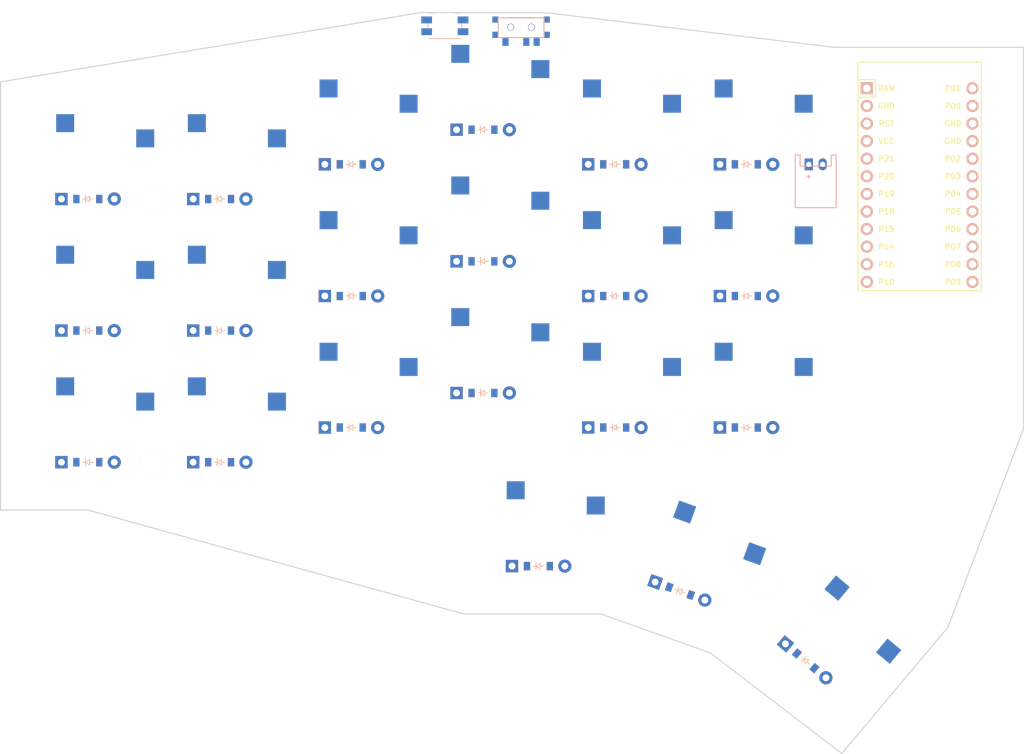
<source format=kicad_pcb>


(kicad_pcb (version 20171130) (host pcbnew 5.1.6)

  (page A3)
  (title_block
    (title "left_pcb")
    (rev "v1.0.0")
    (company "Unknown")
  )

  (general
    (thickness 1.6)
  )

  (layers
    (0 F.Cu signal)
    (31 B.Cu signal)
    (32 B.Adhes user)
    (33 F.Adhes user)
    (34 B.Paste user)
    (35 F.Paste user)
    (36 B.SilkS user)
    (37 F.SilkS user)
    (38 B.Mask user)
    (39 F.Mask user)
    (40 Dwgs.User user)
    (41 Cmts.User user)
    (42 Eco1.User user)
    (43 Eco2.User user)
    (44 Edge.Cuts user)
    (45 Margin user)
    (46 B.CrtYd user)
    (47 F.CrtYd user)
    (48 B.Fab user)
    (49 F.Fab user)
  )

  (setup
    (last_trace_width 0.25)
    (trace_clearance 0.2)
    (zone_clearance 0.508)
    (zone_45_only no)
    (trace_min 0.2)
    (via_size 0.8)
    (via_drill 0.4)
    (via_min_size 0.4)
    (via_min_drill 0.3)
    (uvia_size 0.3)
    (uvia_drill 0.1)
    (uvias_allowed no)
    (uvia_min_size 0.2)
    (uvia_min_drill 0.1)
    (edge_width 0.05)
    (segment_width 0.2)
    (pcb_text_width 0.3)
    (pcb_text_size 1.5 1.5)
    (mod_edge_width 0.12)
    (mod_text_size 1 1)
    (mod_text_width 0.15)
    (pad_size 1.524 1.524)
    (pad_drill 0.762)
    (pad_to_mask_clearance 0.05)
    (aux_axis_origin 0 0)
    (visible_elements FFFFFF7F)
    (pcbplotparams
      (layerselection 0x010fc_ffffffff)
      (usegerberextensions false)
      (usegerberattributes true)
      (usegerberadvancedattributes true)
      (creategerberjobfile true)
      (excludeedgelayer true)
      (linewidth 0.100000)
      (plotframeref false)
      (viasonmask false)
      (mode 1)
      (useauxorigin false)
      (hpglpennumber 1)
      (hpglpenspeed 20)
      (hpglpendiameter 15.000000)
      (psnegative false)
      (psa4output false)
      (plotreference true)
      (plotvalue true)
      (plotinvisibletext false)
      (padsonsilk false)
      (subtractmaskfromsilk false)
      (outputformat 1)
      (mirror false)
      (drillshape 1)
      (scaleselection 1)
      (outputdirectory ""))
  )

  (net 0 "")
(net 1 "P4")
(net 2 "outer_bottom")
(net 3 "outer_home")
(net 4 "outer_top")
(net 5 "P5")
(net 6 "pinky_bottom")
(net 7 "pinky_home")
(net 8 "pinky_top")
(net 9 "P6")
(net 10 "ring_bottom")
(net 11 "ring_home")
(net 12 "ring_top")
(net 13 "P7")
(net 14 "middle_bottom")
(net 15 "middle_home")
(net 16 "middle_top")
(net 17 "P8")
(net 18 "index_bottom")
(net 19 "index_home")
(net 20 "index_top")
(net 21 "P9")
(net 22 "inner_bottom")
(net 23 "inner_home")
(net 24 "inner_top")
(net 25 "near_thumb")
(net 26 "home_thumb")
(net 27 "far_thumb")
(net 28 "P16")
(net 29 "P10")
(net 30 "P2")
(net 31 "P3")
(net 32 "RAW")
(net 33 "GND")
(net 34 "RST")
(net 35 "VCC")
(net 36 "P21")
(net 37 "P20")
(net 38 "P19")
(net 39 "P18")
(net 40 "P15")
(net 41 "P14")
(net 42 "P1")
(net 43 "P0")
(net 44 "pos")

  (net_class Default "This is the default net class."
    (clearance 0.2)
    (trace_width 0.25)
    (via_dia 0.8)
    (via_drill 0.4)
    (uvia_dia 0.3)
    (uvia_drill 0.1)
    (add_net "")
(add_net "P4")
(add_net "outer_bottom")
(add_net "outer_home")
(add_net "outer_top")
(add_net "P5")
(add_net "pinky_bottom")
(add_net "pinky_home")
(add_net "pinky_top")
(add_net "P6")
(add_net "ring_bottom")
(add_net "ring_home")
(add_net "ring_top")
(add_net "P7")
(add_net "middle_bottom")
(add_net "middle_home")
(add_net "middle_top")
(add_net "P8")
(add_net "index_bottom")
(add_net "index_home")
(add_net "index_top")
(add_net "P9")
(add_net "inner_bottom")
(add_net "inner_home")
(add_net "inner_top")
(add_net "near_thumb")
(add_net "home_thumb")
(add_net "far_thumb")
(add_net "P16")
(add_net "P10")
(add_net "P2")
(add_net "P3")
(add_net "RAW")
(add_net "GND")
(add_net "RST")
(add_net "VCC")
(add_net "P21")
(add_net "P20")
(add_net "P19")
(add_net "P18")
(add_net "P15")
(add_net "P14")
(add_net "P1")
(add_net "P0")
(add_net "pos")
  )

  
        
      (module PG1350 (layer F.Cu) (tedit 5DD50112)
      (at 100 100 0)

      
      (fp_text reference "S1" (at 0 0) (layer F.SilkS) hide (effects (font (size 1.27 1.27) (thickness 0.15))))
      (fp_text value "" (at 0 0) (layer F.SilkS) hide (effects (font (size 1.27 1.27) (thickness 0.15))))

      
      (fp_line (start -7 -6) (end -7 -7) (layer Dwgs.User) (width 0.15))
      (fp_line (start -7 7) (end -6 7) (layer Dwgs.User) (width 0.15))
      (fp_line (start -6 -7) (end -7 -7) (layer Dwgs.User) (width 0.15))
      (fp_line (start -7 7) (end -7 6) (layer Dwgs.User) (width 0.15))
      (fp_line (start 7 6) (end 7 7) (layer Dwgs.User) (width 0.15))
      (fp_line (start 7 -7) (end 6 -7) (layer Dwgs.User) (width 0.15))
      (fp_line (start 6 7) (end 7 7) (layer Dwgs.User) (width 0.15))
      (fp_line (start 7 -7) (end 7 -6) (layer Dwgs.User) (width 0.15))      
      
      
      (pad "" np_thru_hole circle (at 0 0) (size 3.429 3.429) (drill 3.429) (layers *.Cu *.Mask))
        
      
      (pad "" np_thru_hole circle (at 5.5 0) (size 1.7018 1.7018) (drill 1.7018) (layers *.Cu *.Mask))
      (pad "" np_thru_hole circle (at -5.5 0) (size 1.7018 1.7018) (drill 1.7018) (layers *.Cu *.Mask))
      
        
      
      (fp_line (start -9 -8.5) (end 9 -8.5) (layer Dwgs.User) (width 0.15))
      (fp_line (start 9 -8.5) (end 9 8.5) (layer Dwgs.User) (width 0.15))
      (fp_line (start 9 8.5) (end -9 8.5) (layer Dwgs.User) (width 0.15))
      (fp_line (start -9 8.5) (end -9 -8.5) (layer Dwgs.User) (width 0.15))
      
        
          
          (pad "" np_thru_hole circle (at 5 -3.75) (size 3 3) (drill 3) (layers *.Cu *.Mask))
          (pad "" np_thru_hole circle (at 0 -5.95) (size 3 3) (drill 3) (layers *.Cu *.Mask))
      
          
          (pad 1 smd rect (at -3.275 -5.95 0) (size 2.6 2.6) (layers B.Cu B.Paste B.Mask)  (net 1 "P4"))
          (pad 2 smd rect (at 8.275 -3.75 0) (size 2.6 2.6) (layers B.Cu B.Paste B.Mask)  (net 2 "outer_bottom"))
        )
        

        
      (module PG1350 (layer F.Cu) (tedit 5DD50112)
      (at 100 81 0)

      
      (fp_text reference "S2" (at 0 0) (layer F.SilkS) hide (effects (font (size 1.27 1.27) (thickness 0.15))))
      (fp_text value "" (at 0 0) (layer F.SilkS) hide (effects (font (size 1.27 1.27) (thickness 0.15))))

      
      (fp_line (start -7 -6) (end -7 -7) (layer Dwgs.User) (width 0.15))
      (fp_line (start -7 7) (end -6 7) (layer Dwgs.User) (width 0.15))
      (fp_line (start -6 -7) (end -7 -7) (layer Dwgs.User) (width 0.15))
      (fp_line (start -7 7) (end -7 6) (layer Dwgs.User) (width 0.15))
      (fp_line (start 7 6) (end 7 7) (layer Dwgs.User) (width 0.15))
      (fp_line (start 7 -7) (end 6 -7) (layer Dwgs.User) (width 0.15))
      (fp_line (start 6 7) (end 7 7) (layer Dwgs.User) (width 0.15))
      (fp_line (start 7 -7) (end 7 -6) (layer Dwgs.User) (width 0.15))      
      
      
      (pad "" np_thru_hole circle (at 0 0) (size 3.429 3.429) (drill 3.429) (layers *.Cu *.Mask))
        
      
      (pad "" np_thru_hole circle (at 5.5 0) (size 1.7018 1.7018) (drill 1.7018) (layers *.Cu *.Mask))
      (pad "" np_thru_hole circle (at -5.5 0) (size 1.7018 1.7018) (drill 1.7018) (layers *.Cu *.Mask))
      
        
      
      (fp_line (start -9 -8.5) (end 9 -8.5) (layer Dwgs.User) (width 0.15))
      (fp_line (start 9 -8.5) (end 9 8.5) (layer Dwgs.User) (width 0.15))
      (fp_line (start 9 8.5) (end -9 8.5) (layer Dwgs.User) (width 0.15))
      (fp_line (start -9 8.5) (end -9 -8.5) (layer Dwgs.User) (width 0.15))
      
        
          
          (pad "" np_thru_hole circle (at 5 -3.75) (size 3 3) (drill 3) (layers *.Cu *.Mask))
          (pad "" np_thru_hole circle (at 0 -5.95) (size 3 3) (drill 3) (layers *.Cu *.Mask))
      
          
          (pad 1 smd rect (at -3.275 -5.95 0) (size 2.6 2.6) (layers B.Cu B.Paste B.Mask)  (net 1 "P4"))
          (pad 2 smd rect (at 8.275 -3.75 0) (size 2.6 2.6) (layers B.Cu B.Paste B.Mask)  (net 3 "outer_home"))
        )
        

        
      (module PG1350 (layer F.Cu) (tedit 5DD50112)
      (at 100 62 0)

      
      (fp_text reference "S3" (at 0 0) (layer F.SilkS) hide (effects (font (size 1.27 1.27) (thickness 0.15))))
      (fp_text value "" (at 0 0) (layer F.SilkS) hide (effects (font (size 1.27 1.27) (thickness 0.15))))

      
      (fp_line (start -7 -6) (end -7 -7) (layer Dwgs.User) (width 0.15))
      (fp_line (start -7 7) (end -6 7) (layer Dwgs.User) (width 0.15))
      (fp_line (start -6 -7) (end -7 -7) (layer Dwgs.User) (width 0.15))
      (fp_line (start -7 7) (end -7 6) (layer Dwgs.User) (width 0.15))
      (fp_line (start 7 6) (end 7 7) (layer Dwgs.User) (width 0.15))
      (fp_line (start 7 -7) (end 6 -7) (layer Dwgs.User) (width 0.15))
      (fp_line (start 6 7) (end 7 7) (layer Dwgs.User) (width 0.15))
      (fp_line (start 7 -7) (end 7 -6) (layer Dwgs.User) (width 0.15))      
      
      
      (pad "" np_thru_hole circle (at 0 0) (size 3.429 3.429) (drill 3.429) (layers *.Cu *.Mask))
        
      
      (pad "" np_thru_hole circle (at 5.5 0) (size 1.7018 1.7018) (drill 1.7018) (layers *.Cu *.Mask))
      (pad "" np_thru_hole circle (at -5.5 0) (size 1.7018 1.7018) (drill 1.7018) (layers *.Cu *.Mask))
      
        
      
      (fp_line (start -9 -8.5) (end 9 -8.5) (layer Dwgs.User) (width 0.15))
      (fp_line (start 9 -8.5) (end 9 8.5) (layer Dwgs.User) (width 0.15))
      (fp_line (start 9 8.5) (end -9 8.5) (layer Dwgs.User) (width 0.15))
      (fp_line (start -9 8.5) (end -9 -8.5) (layer Dwgs.User) (width 0.15))
      
        
          
          (pad "" np_thru_hole circle (at 5 -3.75) (size 3 3) (drill 3) (layers *.Cu *.Mask))
          (pad "" np_thru_hole circle (at 0 -5.95) (size 3 3) (drill 3) (layers *.Cu *.Mask))
      
          
          (pad 1 smd rect (at -3.275 -5.95 0) (size 2.6 2.6) (layers B.Cu B.Paste B.Mask)  (net 1 "P4"))
          (pad 2 smd rect (at 8.275 -3.75 0) (size 2.6 2.6) (layers B.Cu B.Paste B.Mask)  (net 4 "outer_top"))
        )
        

        
      (module PG1350 (layer F.Cu) (tedit 5DD50112)
      (at 119 100 0)

      
      (fp_text reference "S4" (at 0 0) (layer F.SilkS) hide (effects (font (size 1.27 1.27) (thickness 0.15))))
      (fp_text value "" (at 0 0) (layer F.SilkS) hide (effects (font (size 1.27 1.27) (thickness 0.15))))

      
      (fp_line (start -7 -6) (end -7 -7) (layer Dwgs.User) (width 0.15))
      (fp_line (start -7 7) (end -6 7) (layer Dwgs.User) (width 0.15))
      (fp_line (start -6 -7) (end -7 -7) (layer Dwgs.User) (width 0.15))
      (fp_line (start -7 7) (end -7 6) (layer Dwgs.User) (width 0.15))
      (fp_line (start 7 6) (end 7 7) (layer Dwgs.User) (width 0.15))
      (fp_line (start 7 -7) (end 6 -7) (layer Dwgs.User) (width 0.15))
      (fp_line (start 6 7) (end 7 7) (layer Dwgs.User) (width 0.15))
      (fp_line (start 7 -7) (end 7 -6) (layer Dwgs.User) (width 0.15))      
      
      
      (pad "" np_thru_hole circle (at 0 0) (size 3.429 3.429) (drill 3.429) (layers *.Cu *.Mask))
        
      
      (pad "" np_thru_hole circle (at 5.5 0) (size 1.7018 1.7018) (drill 1.7018) (layers *.Cu *.Mask))
      (pad "" np_thru_hole circle (at -5.5 0) (size 1.7018 1.7018) (drill 1.7018) (layers *.Cu *.Mask))
      
        
      
      (fp_line (start -9 -8.5) (end 9 -8.5) (layer Dwgs.User) (width 0.15))
      (fp_line (start 9 -8.5) (end 9 8.5) (layer Dwgs.User) (width 0.15))
      (fp_line (start 9 8.5) (end -9 8.5) (layer Dwgs.User) (width 0.15))
      (fp_line (start -9 8.5) (end -9 -8.5) (layer Dwgs.User) (width 0.15))
      
        
          
          (pad "" np_thru_hole circle (at 5 -3.75) (size 3 3) (drill 3) (layers *.Cu *.Mask))
          (pad "" np_thru_hole circle (at 0 -5.95) (size 3 3) (drill 3) (layers *.Cu *.Mask))
      
          
          (pad 1 smd rect (at -3.275 -5.95 0) (size 2.6 2.6) (layers B.Cu B.Paste B.Mask)  (net 5 "P5"))
          (pad 2 smd rect (at 8.275 -3.75 0) (size 2.6 2.6) (layers B.Cu B.Paste B.Mask)  (net 6 "pinky_bottom"))
        )
        

        
      (module PG1350 (layer F.Cu) (tedit 5DD50112)
      (at 119 81 0)

      
      (fp_text reference "S5" (at 0 0) (layer F.SilkS) hide (effects (font (size 1.27 1.27) (thickness 0.15))))
      (fp_text value "" (at 0 0) (layer F.SilkS) hide (effects (font (size 1.27 1.27) (thickness 0.15))))

      
      (fp_line (start -7 -6) (end -7 -7) (layer Dwgs.User) (width 0.15))
      (fp_line (start -7 7) (end -6 7) (layer Dwgs.User) (width 0.15))
      (fp_line (start -6 -7) (end -7 -7) (layer Dwgs.User) (width 0.15))
      (fp_line (start -7 7) (end -7 6) (layer Dwgs.User) (width 0.15))
      (fp_line (start 7 6) (end 7 7) (layer Dwgs.User) (width 0.15))
      (fp_line (start 7 -7) (end 6 -7) (layer Dwgs.User) (width 0.15))
      (fp_line (start 6 7) (end 7 7) (layer Dwgs.User) (width 0.15))
      (fp_line (start 7 -7) (end 7 -6) (layer Dwgs.User) (width 0.15))      
      
      
      (pad "" np_thru_hole circle (at 0 0) (size 3.429 3.429) (drill 3.429) (layers *.Cu *.Mask))
        
      
      (pad "" np_thru_hole circle (at 5.5 0) (size 1.7018 1.7018) (drill 1.7018) (layers *.Cu *.Mask))
      (pad "" np_thru_hole circle (at -5.5 0) (size 1.7018 1.7018) (drill 1.7018) (layers *.Cu *.Mask))
      
        
      
      (fp_line (start -9 -8.5) (end 9 -8.5) (layer Dwgs.User) (width 0.15))
      (fp_line (start 9 -8.5) (end 9 8.5) (layer Dwgs.User) (width 0.15))
      (fp_line (start 9 8.5) (end -9 8.5) (layer Dwgs.User) (width 0.15))
      (fp_line (start -9 8.5) (end -9 -8.5) (layer Dwgs.User) (width 0.15))
      
        
          
          (pad "" np_thru_hole circle (at 5 -3.75) (size 3 3) (drill 3) (layers *.Cu *.Mask))
          (pad "" np_thru_hole circle (at 0 -5.95) (size 3 3) (drill 3) (layers *.Cu *.Mask))
      
          
          (pad 1 smd rect (at -3.275 -5.95 0) (size 2.6 2.6) (layers B.Cu B.Paste B.Mask)  (net 5 "P5"))
          (pad 2 smd rect (at 8.275 -3.75 0) (size 2.6 2.6) (layers B.Cu B.Paste B.Mask)  (net 7 "pinky_home"))
        )
        

        
      (module PG1350 (layer F.Cu) (tedit 5DD50112)
      (at 119 62 0)

      
      (fp_text reference "S6" (at 0 0) (layer F.SilkS) hide (effects (font (size 1.27 1.27) (thickness 0.15))))
      (fp_text value "" (at 0 0) (layer F.SilkS) hide (effects (font (size 1.27 1.27) (thickness 0.15))))

      
      (fp_line (start -7 -6) (end -7 -7) (layer Dwgs.User) (width 0.15))
      (fp_line (start -7 7) (end -6 7) (layer Dwgs.User) (width 0.15))
      (fp_line (start -6 -7) (end -7 -7) (layer Dwgs.User) (width 0.15))
      (fp_line (start -7 7) (end -7 6) (layer Dwgs.User) (width 0.15))
      (fp_line (start 7 6) (end 7 7) (layer Dwgs.User) (width 0.15))
      (fp_line (start 7 -7) (end 6 -7) (layer Dwgs.User) (width 0.15))
      (fp_line (start 6 7) (end 7 7) (layer Dwgs.User) (width 0.15))
      (fp_line (start 7 -7) (end 7 -6) (layer Dwgs.User) (width 0.15))      
      
      
      (pad "" np_thru_hole circle (at 0 0) (size 3.429 3.429) (drill 3.429) (layers *.Cu *.Mask))
        
      
      (pad "" np_thru_hole circle (at 5.5 0) (size 1.7018 1.7018) (drill 1.7018) (layers *.Cu *.Mask))
      (pad "" np_thru_hole circle (at -5.5 0) (size 1.7018 1.7018) (drill 1.7018) (layers *.Cu *.Mask))
      
        
      
      (fp_line (start -9 -8.5) (end 9 -8.5) (layer Dwgs.User) (width 0.15))
      (fp_line (start 9 -8.5) (end 9 8.5) (layer Dwgs.User) (width 0.15))
      (fp_line (start 9 8.5) (end -9 8.5) (layer Dwgs.User) (width 0.15))
      (fp_line (start -9 8.5) (end -9 -8.5) (layer Dwgs.User) (width 0.15))
      
        
          
          (pad "" np_thru_hole circle (at 5 -3.75) (size 3 3) (drill 3) (layers *.Cu *.Mask))
          (pad "" np_thru_hole circle (at 0 -5.95) (size 3 3) (drill 3) (layers *.Cu *.Mask))
      
          
          (pad 1 smd rect (at -3.275 -5.95 0) (size 2.6 2.6) (layers B.Cu B.Paste B.Mask)  (net 5 "P5"))
          (pad 2 smd rect (at 8.275 -3.75 0) (size 2.6 2.6) (layers B.Cu B.Paste B.Mask)  (net 8 "pinky_top"))
        )
        

        
      (module PG1350 (layer F.Cu) (tedit 5DD50112)
      (at 138 95 0)

      
      (fp_text reference "S7" (at 0 0) (layer F.SilkS) hide (effects (font (size 1.27 1.27) (thickness 0.15))))
      (fp_text value "" (at 0 0) (layer F.SilkS) hide (effects (font (size 1.27 1.27) (thickness 0.15))))

      
      (fp_line (start -7 -6) (end -7 -7) (layer Dwgs.User) (width 0.15))
      (fp_line (start -7 7) (end -6 7) (layer Dwgs.User) (width 0.15))
      (fp_line (start -6 -7) (end -7 -7) (layer Dwgs.User) (width 0.15))
      (fp_line (start -7 7) (end -7 6) (layer Dwgs.User) (width 0.15))
      (fp_line (start 7 6) (end 7 7) (layer Dwgs.User) (width 0.15))
      (fp_line (start 7 -7) (end 6 -7) (layer Dwgs.User) (width 0.15))
      (fp_line (start 6 7) (end 7 7) (layer Dwgs.User) (width 0.15))
      (fp_line (start 7 -7) (end 7 -6) (layer Dwgs.User) (width 0.15))      
      
      
      (pad "" np_thru_hole circle (at 0 0) (size 3.429 3.429) (drill 3.429) (layers *.Cu *.Mask))
        
      
      (pad "" np_thru_hole circle (at 5.5 0) (size 1.7018 1.7018) (drill 1.7018) (layers *.Cu *.Mask))
      (pad "" np_thru_hole circle (at -5.5 0) (size 1.7018 1.7018) (drill 1.7018) (layers *.Cu *.Mask))
      
        
      
      (fp_line (start -9 -8.5) (end 9 -8.5) (layer Dwgs.User) (width 0.15))
      (fp_line (start 9 -8.5) (end 9 8.5) (layer Dwgs.User) (width 0.15))
      (fp_line (start 9 8.5) (end -9 8.5) (layer Dwgs.User) (width 0.15))
      (fp_line (start -9 8.5) (end -9 -8.5) (layer Dwgs.User) (width 0.15))
      
        
          
          (pad "" np_thru_hole circle (at 5 -3.75) (size 3 3) (drill 3) (layers *.Cu *.Mask))
          (pad "" np_thru_hole circle (at 0 -5.95) (size 3 3) (drill 3) (layers *.Cu *.Mask))
      
          
          (pad 1 smd rect (at -3.275 -5.95 0) (size 2.6 2.6) (layers B.Cu B.Paste B.Mask)  (net 9 "P6"))
          (pad 2 smd rect (at 8.275 -3.75 0) (size 2.6 2.6) (layers B.Cu B.Paste B.Mask)  (net 10 "ring_bottom"))
        )
        

        
      (module PG1350 (layer F.Cu) (tedit 5DD50112)
      (at 138 76 0)

      
      (fp_text reference "S8" (at 0 0) (layer F.SilkS) hide (effects (font (size 1.27 1.27) (thickness 0.15))))
      (fp_text value "" (at 0 0) (layer F.SilkS) hide (effects (font (size 1.27 1.27) (thickness 0.15))))

      
      (fp_line (start -7 -6) (end -7 -7) (layer Dwgs.User) (width 0.15))
      (fp_line (start -7 7) (end -6 7) (layer Dwgs.User) (width 0.15))
      (fp_line (start -6 -7) (end -7 -7) (layer Dwgs.User) (width 0.15))
      (fp_line (start -7 7) (end -7 6) (layer Dwgs.User) (width 0.15))
      (fp_line (start 7 6) (end 7 7) (layer Dwgs.User) (width 0.15))
      (fp_line (start 7 -7) (end 6 -7) (layer Dwgs.User) (width 0.15))
      (fp_line (start 6 7) (end 7 7) (layer Dwgs.User) (width 0.15))
      (fp_line (start 7 -7) (end 7 -6) (layer Dwgs.User) (width 0.15))      
      
      
      (pad "" np_thru_hole circle (at 0 0) (size 3.429 3.429) (drill 3.429) (layers *.Cu *.Mask))
        
      
      (pad "" np_thru_hole circle (at 5.5 0) (size 1.7018 1.7018) (drill 1.7018) (layers *.Cu *.Mask))
      (pad "" np_thru_hole circle (at -5.5 0) (size 1.7018 1.7018) (drill 1.7018) (layers *.Cu *.Mask))
      
        
      
      (fp_line (start -9 -8.5) (end 9 -8.5) (layer Dwgs.User) (width 0.15))
      (fp_line (start 9 -8.5) (end 9 8.5) (layer Dwgs.User) (width 0.15))
      (fp_line (start 9 8.5) (end -9 8.5) (layer Dwgs.User) (width 0.15))
      (fp_line (start -9 8.5) (end -9 -8.5) (layer Dwgs.User) (width 0.15))
      
        
          
          (pad "" np_thru_hole circle (at 5 -3.75) (size 3 3) (drill 3) (layers *.Cu *.Mask))
          (pad "" np_thru_hole circle (at 0 -5.95) (size 3 3) (drill 3) (layers *.Cu *.Mask))
      
          
          (pad 1 smd rect (at -3.275 -5.95 0) (size 2.6 2.6) (layers B.Cu B.Paste B.Mask)  (net 9 "P6"))
          (pad 2 smd rect (at 8.275 -3.75 0) (size 2.6 2.6) (layers B.Cu B.Paste B.Mask)  (net 11 "ring_home"))
        )
        

        
      (module PG1350 (layer F.Cu) (tedit 5DD50112)
      (at 138 57 0)

      
      (fp_text reference "S9" (at 0 0) (layer F.SilkS) hide (effects (font (size 1.27 1.27) (thickness 0.15))))
      (fp_text value "" (at 0 0) (layer F.SilkS) hide (effects (font (size 1.27 1.27) (thickness 0.15))))

      
      (fp_line (start -7 -6) (end -7 -7) (layer Dwgs.User) (width 0.15))
      (fp_line (start -7 7) (end -6 7) (layer Dwgs.User) (width 0.15))
      (fp_line (start -6 -7) (end -7 -7) (layer Dwgs.User) (width 0.15))
      (fp_line (start -7 7) (end -7 6) (layer Dwgs.User) (width 0.15))
      (fp_line (start 7 6) (end 7 7) (layer Dwgs.User) (width 0.15))
      (fp_line (start 7 -7) (end 6 -7) (layer Dwgs.User) (width 0.15))
      (fp_line (start 6 7) (end 7 7) (layer Dwgs.User) (width 0.15))
      (fp_line (start 7 -7) (end 7 -6) (layer Dwgs.User) (width 0.15))      
      
      
      (pad "" np_thru_hole circle (at 0 0) (size 3.429 3.429) (drill 3.429) (layers *.Cu *.Mask))
        
      
      (pad "" np_thru_hole circle (at 5.5 0) (size 1.7018 1.7018) (drill 1.7018) (layers *.Cu *.Mask))
      (pad "" np_thru_hole circle (at -5.5 0) (size 1.7018 1.7018) (drill 1.7018) (layers *.Cu *.Mask))
      
        
      
      (fp_line (start -9 -8.5) (end 9 -8.5) (layer Dwgs.User) (width 0.15))
      (fp_line (start 9 -8.5) (end 9 8.5) (layer Dwgs.User) (width 0.15))
      (fp_line (start 9 8.5) (end -9 8.5) (layer Dwgs.User) (width 0.15))
      (fp_line (start -9 8.5) (end -9 -8.5) (layer Dwgs.User) (width 0.15))
      
        
          
          (pad "" np_thru_hole circle (at 5 -3.75) (size 3 3) (drill 3) (layers *.Cu *.Mask))
          (pad "" np_thru_hole circle (at 0 -5.95) (size 3 3) (drill 3) (layers *.Cu *.Mask))
      
          
          (pad 1 smd rect (at -3.275 -5.95 0) (size 2.6 2.6) (layers B.Cu B.Paste B.Mask)  (net 9 "P6"))
          (pad 2 smd rect (at 8.275 -3.75 0) (size 2.6 2.6) (layers B.Cu B.Paste B.Mask)  (net 12 "ring_top"))
        )
        

        
      (module PG1350 (layer F.Cu) (tedit 5DD50112)
      (at 157 90 0)

      
      (fp_text reference "S10" (at 0 0) (layer F.SilkS) hide (effects (font (size 1.27 1.27) (thickness 0.15))))
      (fp_text value "" (at 0 0) (layer F.SilkS) hide (effects (font (size 1.27 1.27) (thickness 0.15))))

      
      (fp_line (start -7 -6) (end -7 -7) (layer Dwgs.User) (width 0.15))
      (fp_line (start -7 7) (end -6 7) (layer Dwgs.User) (width 0.15))
      (fp_line (start -6 -7) (end -7 -7) (layer Dwgs.User) (width 0.15))
      (fp_line (start -7 7) (end -7 6) (layer Dwgs.User) (width 0.15))
      (fp_line (start 7 6) (end 7 7) (layer Dwgs.User) (width 0.15))
      (fp_line (start 7 -7) (end 6 -7) (layer Dwgs.User) (width 0.15))
      (fp_line (start 6 7) (end 7 7) (layer Dwgs.User) (width 0.15))
      (fp_line (start 7 -7) (end 7 -6) (layer Dwgs.User) (width 0.15))      
      
      
      (pad "" np_thru_hole circle (at 0 0) (size 3.429 3.429) (drill 3.429) (layers *.Cu *.Mask))
        
      
      (pad "" np_thru_hole circle (at 5.5 0) (size 1.7018 1.7018) (drill 1.7018) (layers *.Cu *.Mask))
      (pad "" np_thru_hole circle (at -5.5 0) (size 1.7018 1.7018) (drill 1.7018) (layers *.Cu *.Mask))
      
        
      
      (fp_line (start -9 -8.5) (end 9 -8.5) (layer Dwgs.User) (width 0.15))
      (fp_line (start 9 -8.5) (end 9 8.5) (layer Dwgs.User) (width 0.15))
      (fp_line (start 9 8.5) (end -9 8.5) (layer Dwgs.User) (width 0.15))
      (fp_line (start -9 8.5) (end -9 -8.5) (layer Dwgs.User) (width 0.15))
      
        
          
          (pad "" np_thru_hole circle (at 5 -3.75) (size 3 3) (drill 3) (layers *.Cu *.Mask))
          (pad "" np_thru_hole circle (at 0 -5.95) (size 3 3) (drill 3) (layers *.Cu *.Mask))
      
          
          (pad 1 smd rect (at -3.275 -5.95 0) (size 2.6 2.6) (layers B.Cu B.Paste B.Mask)  (net 13 "P7"))
          (pad 2 smd rect (at 8.275 -3.75 0) (size 2.6 2.6) (layers B.Cu B.Paste B.Mask)  (net 14 "middle_bottom"))
        )
        

        
      (module PG1350 (layer F.Cu) (tedit 5DD50112)
      (at 157 71 0)

      
      (fp_text reference "S11" (at 0 0) (layer F.SilkS) hide (effects (font (size 1.27 1.27) (thickness 0.15))))
      (fp_text value "" (at 0 0) (layer F.SilkS) hide (effects (font (size 1.27 1.27) (thickness 0.15))))

      
      (fp_line (start -7 -6) (end -7 -7) (layer Dwgs.User) (width 0.15))
      (fp_line (start -7 7) (end -6 7) (layer Dwgs.User) (width 0.15))
      (fp_line (start -6 -7) (end -7 -7) (layer Dwgs.User) (width 0.15))
      (fp_line (start -7 7) (end -7 6) (layer Dwgs.User) (width 0.15))
      (fp_line (start 7 6) (end 7 7) (layer Dwgs.User) (width 0.15))
      (fp_line (start 7 -7) (end 6 -7) (layer Dwgs.User) (width 0.15))
      (fp_line (start 6 7) (end 7 7) (layer Dwgs.User) (width 0.15))
      (fp_line (start 7 -7) (end 7 -6) (layer Dwgs.User) (width 0.15))      
      
      
      (pad "" np_thru_hole circle (at 0 0) (size 3.429 3.429) (drill 3.429) (layers *.Cu *.Mask))
        
      
      (pad "" np_thru_hole circle (at 5.5 0) (size 1.7018 1.7018) (drill 1.7018) (layers *.Cu *.Mask))
      (pad "" np_thru_hole circle (at -5.5 0) (size 1.7018 1.7018) (drill 1.7018) (layers *.Cu *.Mask))
      
        
      
      (fp_line (start -9 -8.5) (end 9 -8.5) (layer Dwgs.User) (width 0.15))
      (fp_line (start 9 -8.5) (end 9 8.5) (layer Dwgs.User) (width 0.15))
      (fp_line (start 9 8.5) (end -9 8.5) (layer Dwgs.User) (width 0.15))
      (fp_line (start -9 8.5) (end -9 -8.5) (layer Dwgs.User) (width 0.15))
      
        
          
          (pad "" np_thru_hole circle (at 5 -3.75) (size 3 3) (drill 3) (layers *.Cu *.Mask))
          (pad "" np_thru_hole circle (at 0 -5.95) (size 3 3) (drill 3) (layers *.Cu *.Mask))
      
          
          (pad 1 smd rect (at -3.275 -5.95 0) (size 2.6 2.6) (layers B.Cu B.Paste B.Mask)  (net 13 "P7"))
          (pad 2 smd rect (at 8.275 -3.75 0) (size 2.6 2.6) (layers B.Cu B.Paste B.Mask)  (net 15 "middle_home"))
        )
        

        
      (module PG1350 (layer F.Cu) (tedit 5DD50112)
      (at 157 52 0)

      
      (fp_text reference "S12" (at 0 0) (layer F.SilkS) hide (effects (font (size 1.27 1.27) (thickness 0.15))))
      (fp_text value "" (at 0 0) (layer F.SilkS) hide (effects (font (size 1.27 1.27) (thickness 0.15))))

      
      (fp_line (start -7 -6) (end -7 -7) (layer Dwgs.User) (width 0.15))
      (fp_line (start -7 7) (end -6 7) (layer Dwgs.User) (width 0.15))
      (fp_line (start -6 -7) (end -7 -7) (layer Dwgs.User) (width 0.15))
      (fp_line (start -7 7) (end -7 6) (layer Dwgs.User) (width 0.15))
      (fp_line (start 7 6) (end 7 7) (layer Dwgs.User) (width 0.15))
      (fp_line (start 7 -7) (end 6 -7) (layer Dwgs.User) (width 0.15))
      (fp_line (start 6 7) (end 7 7) (layer Dwgs.User) (width 0.15))
      (fp_line (start 7 -7) (end 7 -6) (layer Dwgs.User) (width 0.15))      
      
      
      (pad "" np_thru_hole circle (at 0 0) (size 3.429 3.429) (drill 3.429) (layers *.Cu *.Mask))
        
      
      (pad "" np_thru_hole circle (at 5.5 0) (size 1.7018 1.7018) (drill 1.7018) (layers *.Cu *.Mask))
      (pad "" np_thru_hole circle (at -5.5 0) (size 1.7018 1.7018) (drill 1.7018) (layers *.Cu *.Mask))
      
        
      
      (fp_line (start -9 -8.5) (end 9 -8.5) (layer Dwgs.User) (width 0.15))
      (fp_line (start 9 -8.5) (end 9 8.5) (layer Dwgs.User) (width 0.15))
      (fp_line (start 9 8.5) (end -9 8.5) (layer Dwgs.User) (width 0.15))
      (fp_line (start -9 8.5) (end -9 -8.5) (layer Dwgs.User) (width 0.15))
      
        
          
          (pad "" np_thru_hole circle (at 5 -3.75) (size 3 3) (drill 3) (layers *.Cu *.Mask))
          (pad "" np_thru_hole circle (at 0 -5.95) (size 3 3) (drill 3) (layers *.Cu *.Mask))
      
          
          (pad 1 smd rect (at -3.275 -5.95 0) (size 2.6 2.6) (layers B.Cu B.Paste B.Mask)  (net 13 "P7"))
          (pad 2 smd rect (at 8.275 -3.75 0) (size 2.6 2.6) (layers B.Cu B.Paste B.Mask)  (net 16 "middle_top"))
        )
        

        
      (module PG1350 (layer F.Cu) (tedit 5DD50112)
      (at 176 95 0)

      
      (fp_text reference "S13" (at 0 0) (layer F.SilkS) hide (effects (font (size 1.27 1.27) (thickness 0.15))))
      (fp_text value "" (at 0 0) (layer F.SilkS) hide (effects (font (size 1.27 1.27) (thickness 0.15))))

      
      (fp_line (start -7 -6) (end -7 -7) (layer Dwgs.User) (width 0.15))
      (fp_line (start -7 7) (end -6 7) (layer Dwgs.User) (width 0.15))
      (fp_line (start -6 -7) (end -7 -7) (layer Dwgs.User) (width 0.15))
      (fp_line (start -7 7) (end -7 6) (layer Dwgs.User) (width 0.15))
      (fp_line (start 7 6) (end 7 7) (layer Dwgs.User) (width 0.15))
      (fp_line (start 7 -7) (end 6 -7) (layer Dwgs.User) (width 0.15))
      (fp_line (start 6 7) (end 7 7) (layer Dwgs.User) (width 0.15))
      (fp_line (start 7 -7) (end 7 -6) (layer Dwgs.User) (width 0.15))      
      
      
      (pad "" np_thru_hole circle (at 0 0) (size 3.429 3.429) (drill 3.429) (layers *.Cu *.Mask))
        
      
      (pad "" np_thru_hole circle (at 5.5 0) (size 1.7018 1.7018) (drill 1.7018) (layers *.Cu *.Mask))
      (pad "" np_thru_hole circle (at -5.5 0) (size 1.7018 1.7018) (drill 1.7018) (layers *.Cu *.Mask))
      
        
      
      (fp_line (start -9 -8.5) (end 9 -8.5) (layer Dwgs.User) (width 0.15))
      (fp_line (start 9 -8.5) (end 9 8.5) (layer Dwgs.User) (width 0.15))
      (fp_line (start 9 8.5) (end -9 8.5) (layer Dwgs.User) (width 0.15))
      (fp_line (start -9 8.5) (end -9 -8.5) (layer Dwgs.User) (width 0.15))
      
        
          
          (pad "" np_thru_hole circle (at 5 -3.75) (size 3 3) (drill 3) (layers *.Cu *.Mask))
          (pad "" np_thru_hole circle (at 0 -5.95) (size 3 3) (drill 3) (layers *.Cu *.Mask))
      
          
          (pad 1 smd rect (at -3.275 -5.95 0) (size 2.6 2.6) (layers B.Cu B.Paste B.Mask)  (net 17 "P8"))
          (pad 2 smd rect (at 8.275 -3.75 0) (size 2.6 2.6) (layers B.Cu B.Paste B.Mask)  (net 18 "index_bottom"))
        )
        

        
      (module PG1350 (layer F.Cu) (tedit 5DD50112)
      (at 176 76 0)

      
      (fp_text reference "S14" (at 0 0) (layer F.SilkS) hide (effects (font (size 1.27 1.27) (thickness 0.15))))
      (fp_text value "" (at 0 0) (layer F.SilkS) hide (effects (font (size 1.27 1.27) (thickness 0.15))))

      
      (fp_line (start -7 -6) (end -7 -7) (layer Dwgs.User) (width 0.15))
      (fp_line (start -7 7) (end -6 7) (layer Dwgs.User) (width 0.15))
      (fp_line (start -6 -7) (end -7 -7) (layer Dwgs.User) (width 0.15))
      (fp_line (start -7 7) (end -7 6) (layer Dwgs.User) (width 0.15))
      (fp_line (start 7 6) (end 7 7) (layer Dwgs.User) (width 0.15))
      (fp_line (start 7 -7) (end 6 -7) (layer Dwgs.User) (width 0.15))
      (fp_line (start 6 7) (end 7 7) (layer Dwgs.User) (width 0.15))
      (fp_line (start 7 -7) (end 7 -6) (layer Dwgs.User) (width 0.15))      
      
      
      (pad "" np_thru_hole circle (at 0 0) (size 3.429 3.429) (drill 3.429) (layers *.Cu *.Mask))
        
      
      (pad "" np_thru_hole circle (at 5.5 0) (size 1.7018 1.7018) (drill 1.7018) (layers *.Cu *.Mask))
      (pad "" np_thru_hole circle (at -5.5 0) (size 1.7018 1.7018) (drill 1.7018) (layers *.Cu *.Mask))
      
        
      
      (fp_line (start -9 -8.5) (end 9 -8.5) (layer Dwgs.User) (width 0.15))
      (fp_line (start 9 -8.5) (end 9 8.5) (layer Dwgs.User) (width 0.15))
      (fp_line (start 9 8.5) (end -9 8.5) (layer Dwgs.User) (width 0.15))
      (fp_line (start -9 8.5) (end -9 -8.5) (layer Dwgs.User) (width 0.15))
      
        
          
          (pad "" np_thru_hole circle (at 5 -3.75) (size 3 3) (drill 3) (layers *.Cu *.Mask))
          (pad "" np_thru_hole circle (at 0 -5.95) (size 3 3) (drill 3) (layers *.Cu *.Mask))
      
          
          (pad 1 smd rect (at -3.275 -5.95 0) (size 2.6 2.6) (layers B.Cu B.Paste B.Mask)  (net 17 "P8"))
          (pad 2 smd rect (at 8.275 -3.75 0) (size 2.6 2.6) (layers B.Cu B.Paste B.Mask)  (net 19 "index_home"))
        )
        

        
      (module PG1350 (layer F.Cu) (tedit 5DD50112)
      (at 176 57 0)

      
      (fp_text reference "S15" (at 0 0) (layer F.SilkS) hide (effects (font (size 1.27 1.27) (thickness 0.15))))
      (fp_text value "" (at 0 0) (layer F.SilkS) hide (effects (font (size 1.27 1.27) (thickness 0.15))))

      
      (fp_line (start -7 -6) (end -7 -7) (layer Dwgs.User) (width 0.15))
      (fp_line (start -7 7) (end -6 7) (layer Dwgs.User) (width 0.15))
      (fp_line (start -6 -7) (end -7 -7) (layer Dwgs.User) (width 0.15))
      (fp_line (start -7 7) (end -7 6) (layer Dwgs.User) (width 0.15))
      (fp_line (start 7 6) (end 7 7) (layer Dwgs.User) (width 0.15))
      (fp_line (start 7 -7) (end 6 -7) (layer Dwgs.User) (width 0.15))
      (fp_line (start 6 7) (end 7 7) (layer Dwgs.User) (width 0.15))
      (fp_line (start 7 -7) (end 7 -6) (layer Dwgs.User) (width 0.15))      
      
      
      (pad "" np_thru_hole circle (at 0 0) (size 3.429 3.429) (drill 3.429) (layers *.Cu *.Mask))
        
      
      (pad "" np_thru_hole circle (at 5.5 0) (size 1.7018 1.7018) (drill 1.7018) (layers *.Cu *.Mask))
      (pad "" np_thru_hole circle (at -5.5 0) (size 1.7018 1.7018) (drill 1.7018) (layers *.Cu *.Mask))
      
        
      
      (fp_line (start -9 -8.5) (end 9 -8.5) (layer Dwgs.User) (width 0.15))
      (fp_line (start 9 -8.5) (end 9 8.5) (layer Dwgs.User) (width 0.15))
      (fp_line (start 9 8.5) (end -9 8.5) (layer Dwgs.User) (width 0.15))
      (fp_line (start -9 8.5) (end -9 -8.5) (layer Dwgs.User) (width 0.15))
      
        
          
          (pad "" np_thru_hole circle (at 5 -3.75) (size 3 3) (drill 3) (layers *.Cu *.Mask))
          (pad "" np_thru_hole circle (at 0 -5.95) (size 3 3) (drill 3) (layers *.Cu *.Mask))
      
          
          (pad 1 smd rect (at -3.275 -5.95 0) (size 2.6 2.6) (layers B.Cu B.Paste B.Mask)  (net 17 "P8"))
          (pad 2 smd rect (at 8.275 -3.75 0) (size 2.6 2.6) (layers B.Cu B.Paste B.Mask)  (net 20 "index_top"))
        )
        

        
      (module PG1350 (layer F.Cu) (tedit 5DD50112)
      (at 195 95 0)

      
      (fp_text reference "S16" (at 0 0) (layer F.SilkS) hide (effects (font (size 1.27 1.27) (thickness 0.15))))
      (fp_text value "" (at 0 0) (layer F.SilkS) hide (effects (font (size 1.27 1.27) (thickness 0.15))))

      
      (fp_line (start -7 -6) (end -7 -7) (layer Dwgs.User) (width 0.15))
      (fp_line (start -7 7) (end -6 7) (layer Dwgs.User) (width 0.15))
      (fp_line (start -6 -7) (end -7 -7) (layer Dwgs.User) (width 0.15))
      (fp_line (start -7 7) (end -7 6) (layer Dwgs.User) (width 0.15))
      (fp_line (start 7 6) (end 7 7) (layer Dwgs.User) (width 0.15))
      (fp_line (start 7 -7) (end 6 -7) (layer Dwgs.User) (width 0.15))
      (fp_line (start 6 7) (end 7 7) (layer Dwgs.User) (width 0.15))
      (fp_line (start 7 -7) (end 7 -6) (layer Dwgs.User) (width 0.15))      
      
      
      (pad "" np_thru_hole circle (at 0 0) (size 3.429 3.429) (drill 3.429) (layers *.Cu *.Mask))
        
      
      (pad "" np_thru_hole circle (at 5.5 0) (size 1.7018 1.7018) (drill 1.7018) (layers *.Cu *.Mask))
      (pad "" np_thru_hole circle (at -5.5 0) (size 1.7018 1.7018) (drill 1.7018) (layers *.Cu *.Mask))
      
        
      
      (fp_line (start -9 -8.5) (end 9 -8.5) (layer Dwgs.User) (width 0.15))
      (fp_line (start 9 -8.5) (end 9 8.5) (layer Dwgs.User) (width 0.15))
      (fp_line (start 9 8.5) (end -9 8.5) (layer Dwgs.User) (width 0.15))
      (fp_line (start -9 8.5) (end -9 -8.5) (layer Dwgs.User) (width 0.15))
      
        
          
          (pad "" np_thru_hole circle (at 5 -3.75) (size 3 3) (drill 3) (layers *.Cu *.Mask))
          (pad "" np_thru_hole circle (at 0 -5.95) (size 3 3) (drill 3) (layers *.Cu *.Mask))
      
          
          (pad 1 smd rect (at -3.275 -5.95 0) (size 2.6 2.6) (layers B.Cu B.Paste B.Mask)  (net 21 "P9"))
          (pad 2 smd rect (at 8.275 -3.75 0) (size 2.6 2.6) (layers B.Cu B.Paste B.Mask)  (net 22 "inner_bottom"))
        )
        

        
      (module PG1350 (layer F.Cu) (tedit 5DD50112)
      (at 195 76 0)

      
      (fp_text reference "S17" (at 0 0) (layer F.SilkS) hide (effects (font (size 1.27 1.27) (thickness 0.15))))
      (fp_text value "" (at 0 0) (layer F.SilkS) hide (effects (font (size 1.27 1.27) (thickness 0.15))))

      
      (fp_line (start -7 -6) (end -7 -7) (layer Dwgs.User) (width 0.15))
      (fp_line (start -7 7) (end -6 7) (layer Dwgs.User) (width 0.15))
      (fp_line (start -6 -7) (end -7 -7) (layer Dwgs.User) (width 0.15))
      (fp_line (start -7 7) (end -7 6) (layer Dwgs.User) (width 0.15))
      (fp_line (start 7 6) (end 7 7) (layer Dwgs.User) (width 0.15))
      (fp_line (start 7 -7) (end 6 -7) (layer Dwgs.User) (width 0.15))
      (fp_line (start 6 7) (end 7 7) (layer Dwgs.User) (width 0.15))
      (fp_line (start 7 -7) (end 7 -6) (layer Dwgs.User) (width 0.15))      
      
      
      (pad "" np_thru_hole circle (at 0 0) (size 3.429 3.429) (drill 3.429) (layers *.Cu *.Mask))
        
      
      (pad "" np_thru_hole circle (at 5.5 0) (size 1.7018 1.7018) (drill 1.7018) (layers *.Cu *.Mask))
      (pad "" np_thru_hole circle (at -5.5 0) (size 1.7018 1.7018) (drill 1.7018) (layers *.Cu *.Mask))
      
        
      
      (fp_line (start -9 -8.5) (end 9 -8.5) (layer Dwgs.User) (width 0.15))
      (fp_line (start 9 -8.5) (end 9 8.5) (layer Dwgs.User) (width 0.15))
      (fp_line (start 9 8.5) (end -9 8.5) (layer Dwgs.User) (width 0.15))
      (fp_line (start -9 8.5) (end -9 -8.5) (layer Dwgs.User) (width 0.15))
      
        
          
          (pad "" np_thru_hole circle (at 5 -3.75) (size 3 3) (drill 3) (layers *.Cu *.Mask))
          (pad "" np_thru_hole circle (at 0 -5.95) (size 3 3) (drill 3) (layers *.Cu *.Mask))
      
          
          (pad 1 smd rect (at -3.275 -5.95 0) (size 2.6 2.6) (layers B.Cu B.Paste B.Mask)  (net 21 "P9"))
          (pad 2 smd rect (at 8.275 -3.75 0) (size 2.6 2.6) (layers B.Cu B.Paste B.Mask)  (net 23 "inner_home"))
        )
        

        
      (module PG1350 (layer F.Cu) (tedit 5DD50112)
      (at 195 57 0)

      
      (fp_text reference "S18" (at 0 0) (layer F.SilkS) hide (effects (font (size 1.27 1.27) (thickness 0.15))))
      (fp_text value "" (at 0 0) (layer F.SilkS) hide (effects (font (size 1.27 1.27) (thickness 0.15))))

      
      (fp_line (start -7 -6) (end -7 -7) (layer Dwgs.User) (width 0.15))
      (fp_line (start -7 7) (end -6 7) (layer Dwgs.User) (width 0.15))
      (fp_line (start -6 -7) (end -7 -7) (layer Dwgs.User) (width 0.15))
      (fp_line (start -7 7) (end -7 6) (layer Dwgs.User) (width 0.15))
      (fp_line (start 7 6) (end 7 7) (layer Dwgs.User) (width 0.15))
      (fp_line (start 7 -7) (end 6 -7) (layer Dwgs.User) (width 0.15))
      (fp_line (start 6 7) (end 7 7) (layer Dwgs.User) (width 0.15))
      (fp_line (start 7 -7) (end 7 -6) (layer Dwgs.User) (width 0.15))      
      
      
      (pad "" np_thru_hole circle (at 0 0) (size 3.429 3.429) (drill 3.429) (layers *.Cu *.Mask))
        
      
      (pad "" np_thru_hole circle (at 5.5 0) (size 1.7018 1.7018) (drill 1.7018) (layers *.Cu *.Mask))
      (pad "" np_thru_hole circle (at -5.5 0) (size 1.7018 1.7018) (drill 1.7018) (layers *.Cu *.Mask))
      
        
      
      (fp_line (start -9 -8.5) (end 9 -8.5) (layer Dwgs.User) (width 0.15))
      (fp_line (start 9 -8.5) (end 9 8.5) (layer Dwgs.User) (width 0.15))
      (fp_line (start 9 8.5) (end -9 8.5) (layer Dwgs.User) (width 0.15))
      (fp_line (start -9 8.5) (end -9 -8.5) (layer Dwgs.User) (width 0.15))
      
        
          
          (pad "" np_thru_hole circle (at 5 -3.75) (size 3 3) (drill 3) (layers *.Cu *.Mask))
          (pad "" np_thru_hole circle (at 0 -5.95) (size 3 3) (drill 3) (layers *.Cu *.Mask))
      
          
          (pad 1 smd rect (at -3.275 -5.95 0) (size 2.6 2.6) (layers B.Cu B.Paste B.Mask)  (net 21 "P9"))
          (pad 2 smd rect (at 8.275 -3.75 0) (size 2.6 2.6) (layers B.Cu B.Paste B.Mask)  (net 24 "inner_top"))
        )
        

        
      (module PG1350 (layer F.Cu) (tedit 5DD50112)
      (at 165 115 0)

      
      (fp_text reference "S19" (at 0 0) (layer F.SilkS) hide (effects (font (size 1.27 1.27) (thickness 0.15))))
      (fp_text value "" (at 0 0) (layer F.SilkS) hide (effects (font (size 1.27 1.27) (thickness 0.15))))

      
      (fp_line (start -7 -6) (end -7 -7) (layer Dwgs.User) (width 0.15))
      (fp_line (start -7 7) (end -6 7) (layer Dwgs.User) (width 0.15))
      (fp_line (start -6 -7) (end -7 -7) (layer Dwgs.User) (width 0.15))
      (fp_line (start -7 7) (end -7 6) (layer Dwgs.User) (width 0.15))
      (fp_line (start 7 6) (end 7 7) (layer Dwgs.User) (width 0.15))
      (fp_line (start 7 -7) (end 6 -7) (layer Dwgs.User) (width 0.15))
      (fp_line (start 6 7) (end 7 7) (layer Dwgs.User) (width 0.15))
      (fp_line (start 7 -7) (end 7 -6) (layer Dwgs.User) (width 0.15))      
      
      
      (pad "" np_thru_hole circle (at 0 0) (size 3.429 3.429) (drill 3.429) (layers *.Cu *.Mask))
        
      
      (pad "" np_thru_hole circle (at 5.5 0) (size 1.7018 1.7018) (drill 1.7018) (layers *.Cu *.Mask))
      (pad "" np_thru_hole circle (at -5.5 0) (size 1.7018 1.7018) (drill 1.7018) (layers *.Cu *.Mask))
      
        
      
      (fp_line (start -9 -8.5) (end 9 -8.5) (layer Dwgs.User) (width 0.15))
      (fp_line (start 9 -8.5) (end 9 8.5) (layer Dwgs.User) (width 0.15))
      (fp_line (start 9 8.5) (end -9 8.5) (layer Dwgs.User) (width 0.15))
      (fp_line (start -9 8.5) (end -9 -8.5) (layer Dwgs.User) (width 0.15))
      
        
          
          (pad "" np_thru_hole circle (at 5 -3.75) (size 3 3) (drill 3) (layers *.Cu *.Mask))
          (pad "" np_thru_hole circle (at 0 -5.95) (size 3 3) (drill 3) (layers *.Cu *.Mask))
      
          
          (pad 1 smd rect (at -3.275 -5.95 0) (size 2.6 2.6) (layers B.Cu B.Paste B.Mask)  (net 13 "P7"))
          (pad 2 smd rect (at 8.275 -3.75 0) (size 2.6 2.6) (layers B.Cu B.Paste B.Mask)  (net 25 "near_thumb"))
        )
        

        
      (module PG1350 (layer F.Cu) (tedit 5DD50112)
      (at 187.1330874 118.9026605 -20)

      
      (fp_text reference "S20" (at 0 0) (layer F.SilkS) hide (effects (font (size 1.27 1.27) (thickness 0.15))))
      (fp_text value "" (at 0 0) (layer F.SilkS) hide (effects (font (size 1.27 1.27) (thickness 0.15))))

      
      (fp_line (start -7 -6) (end -7 -7) (layer Dwgs.User) (width 0.15))
      (fp_line (start -7 7) (end -6 7) (layer Dwgs.User) (width 0.15))
      (fp_line (start -6 -7) (end -7 -7) (layer Dwgs.User) (width 0.15))
      (fp_line (start -7 7) (end -7 6) (layer Dwgs.User) (width 0.15))
      (fp_line (start 7 6) (end 7 7) (layer Dwgs.User) (width 0.15))
      (fp_line (start 7 -7) (end 6 -7) (layer Dwgs.User) (width 0.15))
      (fp_line (start 6 7) (end 7 7) (layer Dwgs.User) (width 0.15))
      (fp_line (start 7 -7) (end 7 -6) (layer Dwgs.User) (width 0.15))      
      
      
      (pad "" np_thru_hole circle (at 0 0) (size 3.429 3.429) (drill 3.429) (layers *.Cu *.Mask))
        
      
      (pad "" np_thru_hole circle (at 5.5 0) (size 1.7018 1.7018) (drill 1.7018) (layers *.Cu *.Mask))
      (pad "" np_thru_hole circle (at -5.5 0) (size 1.7018 1.7018) (drill 1.7018) (layers *.Cu *.Mask))
      
        
      
      (fp_line (start -9 -8.5) (end 9 -8.5) (layer Dwgs.User) (width 0.15))
      (fp_line (start 9 -8.5) (end 9 8.5) (layer Dwgs.User) (width 0.15))
      (fp_line (start 9 8.5) (end -9 8.5) (layer Dwgs.User) (width 0.15))
      (fp_line (start -9 8.5) (end -9 -8.5) (layer Dwgs.User) (width 0.15))
      
        
          
          (pad "" np_thru_hole circle (at 5 -3.75) (size 3 3) (drill 3) (layers *.Cu *.Mask))
          (pad "" np_thru_hole circle (at 0 -5.95) (size 3 3) (drill 3) (layers *.Cu *.Mask))
      
          
          (pad 1 smd rect (at -3.275 -5.95 -20) (size 2.6 2.6) (layers B.Cu B.Paste B.Mask)  (net 17 "P8"))
          (pad 2 smd rect (at 8.275 -3.75 -20) (size 2.6 2.6) (layers B.Cu B.Paste B.Mask)  (net 26 "home_thumb"))
        )
        

        
      (module PG1350 (layer F.Cu) (tedit 5DD50112)
      (at 206.7702459 129.8391559 -40)

      
      (fp_text reference "S21" (at 0 0) (layer F.SilkS) hide (effects (font (size 1.27 1.27) (thickness 0.15))))
      (fp_text value "" (at 0 0) (layer F.SilkS) hide (effects (font (size 1.27 1.27) (thickness 0.15))))

      
      (fp_line (start -7 -6) (end -7 -7) (layer Dwgs.User) (width 0.15))
      (fp_line (start -7 7) (end -6 7) (layer Dwgs.User) (width 0.15))
      (fp_line (start -6 -7) (end -7 -7) (layer Dwgs.User) (width 0.15))
      (fp_line (start -7 7) (end -7 6) (layer Dwgs.User) (width 0.15))
      (fp_line (start 7 6) (end 7 7) (layer Dwgs.User) (width 0.15))
      (fp_line (start 7 -7) (end 6 -7) (layer Dwgs.User) (width 0.15))
      (fp_line (start 6 7) (end 7 7) (layer Dwgs.User) (width 0.15))
      (fp_line (start 7 -7) (end 7 -6) (layer Dwgs.User) (width 0.15))      
      
      
      (pad "" np_thru_hole circle (at 0 0) (size 3.429 3.429) (drill 3.429) (layers *.Cu *.Mask))
        
      
      (pad "" np_thru_hole circle (at 5.5 0) (size 1.7018 1.7018) (drill 1.7018) (layers *.Cu *.Mask))
      (pad "" np_thru_hole circle (at -5.5 0) (size 1.7018 1.7018) (drill 1.7018) (layers *.Cu *.Mask))
      
        
      
      (fp_line (start -9 -8.5) (end 9 -8.5) (layer Dwgs.User) (width 0.15))
      (fp_line (start 9 -8.5) (end 9 8.5) (layer Dwgs.User) (width 0.15))
      (fp_line (start 9 8.5) (end -9 8.5) (layer Dwgs.User) (width 0.15))
      (fp_line (start -9 8.5) (end -9 -8.5) (layer Dwgs.User) (width 0.15))
      
        
          
          (pad "" np_thru_hole circle (at 5 -3.75) (size 3 3) (drill 3) (layers *.Cu *.Mask))
          (pad "" np_thru_hole circle (at 0 -5.95) (size 3 3) (drill 3) (layers *.Cu *.Mask))
      
          
          (pad 1 smd rect (at -3.275 -5.95 -40) (size 2.6 2.6) (layers B.Cu B.Paste B.Mask)  (net 21 "P9"))
          (pad 2 smd rect (at 8.275 -3.75 -40) (size 2.6 2.6) (layers B.Cu B.Paste B.Mask)  (net 27 "far_thumb"))
        )
        

  
    (module ComboDiode (layer F.Cu) (tedit 5B24D78E)


        (at 100 105 0)

        
        (fp_text reference "D1" (at 0 0) (layer F.SilkS) hide (effects (font (size 1.27 1.27) (thickness 0.15))))
        (fp_text value "" (at 0 0) (layer F.SilkS) hide (effects (font (size 1.27 1.27) (thickness 0.15))))
        
        
        (fp_line (start 0.25 0) (end 0.75 0) (layer F.SilkS) (width 0.1))
        (fp_line (start 0.25 0.4) (end -0.35 0) (layer F.SilkS) (width 0.1))
        (fp_line (start 0.25 -0.4) (end 0.25 0.4) (layer F.SilkS) (width 0.1))
        (fp_line (start -0.35 0) (end 0.25 -0.4) (layer F.SilkS) (width 0.1))
        (fp_line (start -0.35 0) (end -0.35 0.55) (layer F.SilkS) (width 0.1))
        (fp_line (start -0.35 0) (end -0.35 -0.55) (layer F.SilkS) (width 0.1))
        (fp_line (start -0.75 0) (end -0.35 0) (layer F.SilkS) (width 0.1))
        (fp_line (start 0.25 0) (end 0.75 0) (layer B.SilkS) (width 0.1))
        (fp_line (start 0.25 0.4) (end -0.35 0) (layer B.SilkS) (width 0.1))
        (fp_line (start 0.25 -0.4) (end 0.25 0.4) (layer B.SilkS) (width 0.1))
        (fp_line (start -0.35 0) (end 0.25 -0.4) (layer B.SilkS) (width 0.1))
        (fp_line (start -0.35 0) (end -0.35 0.55) (layer B.SilkS) (width 0.1))
        (fp_line (start -0.35 0) (end -0.35 -0.55) (layer B.SilkS) (width 0.1))
        (fp_line (start -0.75 0) (end -0.35 0) (layer B.SilkS) (width 0.1))
    
        
        (pad 1 smd rect (at -1.65 0 0) (size 0.9 1.2) (layers F.Cu F.Paste F.Mask) (net 28 "P16"))
        (pad 2 smd rect (at 1.65 0 0) (size 0.9 1.2) (layers B.Cu B.Paste B.Mask) (net 2 "outer_bottom"))
        (pad 1 smd rect (at -1.65 0 0) (size 0.9 1.2) (layers B.Cu B.Paste B.Mask) (net 28 "P16"))
        (pad 2 smd rect (at 1.65 0 0) (size 0.9 1.2) (layers F.Cu F.Paste F.Mask) (net 2 "outer_bottom"))
        
        
        (pad 1 thru_hole rect (at -3.81 0 0) (size 1.778 1.778) (drill 0.9906) (layers *.Cu *.Mask) (net 28 "P16"))
        (pad 2 thru_hole circle (at 3.81 0 0) (size 1.905 1.905) (drill 0.9906) (layers *.Cu *.Mask) (net 2 "outer_bottom"))
    )
  
    

  
    (module ComboDiode (layer F.Cu) (tedit 5B24D78E)


        (at 100 86 0)

        
        (fp_text reference "D2" (at 0 0) (layer F.SilkS) hide (effects (font (size 1.27 1.27) (thickness 0.15))))
        (fp_text value "" (at 0 0) (layer F.SilkS) hide (effects (font (size 1.27 1.27) (thickness 0.15))))
        
        
        (fp_line (start 0.25 0) (end 0.75 0) (layer F.SilkS) (width 0.1))
        (fp_line (start 0.25 0.4) (end -0.35 0) (layer F.SilkS) (width 0.1))
        (fp_line (start 0.25 -0.4) (end 0.25 0.4) (layer F.SilkS) (width 0.1))
        (fp_line (start -0.35 0) (end 0.25 -0.4) (layer F.SilkS) (width 0.1))
        (fp_line (start -0.35 0) (end -0.35 0.55) (layer F.SilkS) (width 0.1))
        (fp_line (start -0.35 0) (end -0.35 -0.55) (layer F.SilkS) (width 0.1))
        (fp_line (start -0.75 0) (end -0.35 0) (layer F.SilkS) (width 0.1))
        (fp_line (start 0.25 0) (end 0.75 0) (layer B.SilkS) (width 0.1))
        (fp_line (start 0.25 0.4) (end -0.35 0) (layer B.SilkS) (width 0.1))
        (fp_line (start 0.25 -0.4) (end 0.25 0.4) (layer B.SilkS) (width 0.1))
        (fp_line (start -0.35 0) (end 0.25 -0.4) (layer B.SilkS) (width 0.1))
        (fp_line (start -0.35 0) (end -0.35 0.55) (layer B.SilkS) (width 0.1))
        (fp_line (start -0.35 0) (end -0.35 -0.55) (layer B.SilkS) (width 0.1))
        (fp_line (start -0.75 0) (end -0.35 0) (layer B.SilkS) (width 0.1))
    
        
        (pad 1 smd rect (at -1.65 0 0) (size 0.9 1.2) (layers F.Cu F.Paste F.Mask) (net 29 "P10"))
        (pad 2 smd rect (at 1.65 0 0) (size 0.9 1.2) (layers B.Cu B.Paste B.Mask) (net 3 "outer_home"))
        (pad 1 smd rect (at -1.65 0 0) (size 0.9 1.2) (layers B.Cu B.Paste B.Mask) (net 29 "P10"))
        (pad 2 smd rect (at 1.65 0 0) (size 0.9 1.2) (layers F.Cu F.Paste F.Mask) (net 3 "outer_home"))
        
        
        (pad 1 thru_hole rect (at -3.81 0 0) (size 1.778 1.778) (drill 0.9906) (layers *.Cu *.Mask) (net 29 "P10"))
        (pad 2 thru_hole circle (at 3.81 0 0) (size 1.905 1.905) (drill 0.9906) (layers *.Cu *.Mask) (net 3 "outer_home"))
    )
  
    

  
    (module ComboDiode (layer F.Cu) (tedit 5B24D78E)


        (at 100 67 0)

        
        (fp_text reference "D3" (at 0 0) (layer F.SilkS) hide (effects (font (size 1.27 1.27) (thickness 0.15))))
        (fp_text value "" (at 0 0) (layer F.SilkS) hide (effects (font (size 1.27 1.27) (thickness 0.15))))
        
        
        (fp_line (start 0.25 0) (end 0.75 0) (layer F.SilkS) (width 0.1))
        (fp_line (start 0.25 0.4) (end -0.35 0) (layer F.SilkS) (width 0.1))
        (fp_line (start 0.25 -0.4) (end 0.25 0.4) (layer F.SilkS) (width 0.1))
        (fp_line (start -0.35 0) (end 0.25 -0.4) (layer F.SilkS) (width 0.1))
        (fp_line (start -0.35 0) (end -0.35 0.55) (layer F.SilkS) (width 0.1))
        (fp_line (start -0.35 0) (end -0.35 -0.55) (layer F.SilkS) (width 0.1))
        (fp_line (start -0.75 0) (end -0.35 0) (layer F.SilkS) (width 0.1))
        (fp_line (start 0.25 0) (end 0.75 0) (layer B.SilkS) (width 0.1))
        (fp_line (start 0.25 0.4) (end -0.35 0) (layer B.SilkS) (width 0.1))
        (fp_line (start 0.25 -0.4) (end 0.25 0.4) (layer B.SilkS) (width 0.1))
        (fp_line (start -0.35 0) (end 0.25 -0.4) (layer B.SilkS) (width 0.1))
        (fp_line (start -0.35 0) (end -0.35 0.55) (layer B.SilkS) (width 0.1))
        (fp_line (start -0.35 0) (end -0.35 -0.55) (layer B.SilkS) (width 0.1))
        (fp_line (start -0.75 0) (end -0.35 0) (layer B.SilkS) (width 0.1))
    
        
        (pad 1 smd rect (at -1.65 0 0) (size 0.9 1.2) (layers F.Cu F.Paste F.Mask) (net 30 "P2"))
        (pad 2 smd rect (at 1.65 0 0) (size 0.9 1.2) (layers B.Cu B.Paste B.Mask) (net 4 "outer_top"))
        (pad 1 smd rect (at -1.65 0 0) (size 0.9 1.2) (layers B.Cu B.Paste B.Mask) (net 30 "P2"))
        (pad 2 smd rect (at 1.65 0 0) (size 0.9 1.2) (layers F.Cu F.Paste F.Mask) (net 4 "outer_top"))
        
        
        (pad 1 thru_hole rect (at -3.81 0 0) (size 1.778 1.778) (drill 0.9906) (layers *.Cu *.Mask) (net 30 "P2"))
        (pad 2 thru_hole circle (at 3.81 0 0) (size 1.905 1.905) (drill 0.9906) (layers *.Cu *.Mask) (net 4 "outer_top"))
    )
  
    

  
    (module ComboDiode (layer F.Cu) (tedit 5B24D78E)


        (at 119 105 0)

        
        (fp_text reference "D4" (at 0 0) (layer F.SilkS) hide (effects (font (size 1.27 1.27) (thickness 0.15))))
        (fp_text value "" (at 0 0) (layer F.SilkS) hide (effects (font (size 1.27 1.27) (thickness 0.15))))
        
        
        (fp_line (start 0.25 0) (end 0.75 0) (layer F.SilkS) (width 0.1))
        (fp_line (start 0.25 0.4) (end -0.35 0) (layer F.SilkS) (width 0.1))
        (fp_line (start 0.25 -0.4) (end 0.25 0.4) (layer F.SilkS) (width 0.1))
        (fp_line (start -0.35 0) (end 0.25 -0.4) (layer F.SilkS) (width 0.1))
        (fp_line (start -0.35 0) (end -0.35 0.55) (layer F.SilkS) (width 0.1))
        (fp_line (start -0.35 0) (end -0.35 -0.55) (layer F.SilkS) (width 0.1))
        (fp_line (start -0.75 0) (end -0.35 0) (layer F.SilkS) (width 0.1))
        (fp_line (start 0.25 0) (end 0.75 0) (layer B.SilkS) (width 0.1))
        (fp_line (start 0.25 0.4) (end -0.35 0) (layer B.SilkS) (width 0.1))
        (fp_line (start 0.25 -0.4) (end 0.25 0.4) (layer B.SilkS) (width 0.1))
        (fp_line (start -0.35 0) (end 0.25 -0.4) (layer B.SilkS) (width 0.1))
        (fp_line (start -0.35 0) (end -0.35 0.55) (layer B.SilkS) (width 0.1))
        (fp_line (start -0.35 0) (end -0.35 -0.55) (layer B.SilkS) (width 0.1))
        (fp_line (start -0.75 0) (end -0.35 0) (layer B.SilkS) (width 0.1))
    
        
        (pad 1 smd rect (at -1.65 0 0) (size 0.9 1.2) (layers F.Cu F.Paste F.Mask) (net 28 "P16"))
        (pad 2 smd rect (at 1.65 0 0) (size 0.9 1.2) (layers B.Cu B.Paste B.Mask) (net 6 "pinky_bottom"))
        (pad 1 smd rect (at -1.65 0 0) (size 0.9 1.2) (layers B.Cu B.Paste B.Mask) (net 28 "P16"))
        (pad 2 smd rect (at 1.65 0 0) (size 0.9 1.2) (layers F.Cu F.Paste F.Mask) (net 6 "pinky_bottom"))
        
        
        (pad 1 thru_hole rect (at -3.81 0 0) (size 1.778 1.778) (drill 0.9906) (layers *.Cu *.Mask) (net 28 "P16"))
        (pad 2 thru_hole circle (at 3.81 0 0) (size 1.905 1.905) (drill 0.9906) (layers *.Cu *.Mask) (net 6 "pinky_bottom"))
    )
  
    

  
    (module ComboDiode (layer F.Cu) (tedit 5B24D78E)


        (at 119 86 0)

        
        (fp_text reference "D5" (at 0 0) (layer F.SilkS) hide (effects (font (size 1.27 1.27) (thickness 0.15))))
        (fp_text value "" (at 0 0) (layer F.SilkS) hide (effects (font (size 1.27 1.27) (thickness 0.15))))
        
        
        (fp_line (start 0.25 0) (end 0.75 0) (layer F.SilkS) (width 0.1))
        (fp_line (start 0.25 0.4) (end -0.35 0) (layer F.SilkS) (width 0.1))
        (fp_line (start 0.25 -0.4) (end 0.25 0.4) (layer F.SilkS) (width 0.1))
        (fp_line (start -0.35 0) (end 0.25 -0.4) (layer F.SilkS) (width 0.1))
        (fp_line (start -0.35 0) (end -0.35 0.55) (layer F.SilkS) (width 0.1))
        (fp_line (start -0.35 0) (end -0.35 -0.55) (layer F.SilkS) (width 0.1))
        (fp_line (start -0.75 0) (end -0.35 0) (layer F.SilkS) (width 0.1))
        (fp_line (start 0.25 0) (end 0.75 0) (layer B.SilkS) (width 0.1))
        (fp_line (start 0.25 0.4) (end -0.35 0) (layer B.SilkS) (width 0.1))
        (fp_line (start 0.25 -0.4) (end 0.25 0.4) (layer B.SilkS) (width 0.1))
        (fp_line (start -0.35 0) (end 0.25 -0.4) (layer B.SilkS) (width 0.1))
        (fp_line (start -0.35 0) (end -0.35 0.55) (layer B.SilkS) (width 0.1))
        (fp_line (start -0.35 0) (end -0.35 -0.55) (layer B.SilkS) (width 0.1))
        (fp_line (start -0.75 0) (end -0.35 0) (layer B.SilkS) (width 0.1))
    
        
        (pad 1 smd rect (at -1.65 0 0) (size 0.9 1.2) (layers F.Cu F.Paste F.Mask) (net 29 "P10"))
        (pad 2 smd rect (at 1.65 0 0) (size 0.9 1.2) (layers B.Cu B.Paste B.Mask) (net 7 "pinky_home"))
        (pad 1 smd rect (at -1.65 0 0) (size 0.9 1.2) (layers B.Cu B.Paste B.Mask) (net 29 "P10"))
        (pad 2 smd rect (at 1.65 0 0) (size 0.9 1.2) (layers F.Cu F.Paste F.Mask) (net 7 "pinky_home"))
        
        
        (pad 1 thru_hole rect (at -3.81 0 0) (size 1.778 1.778) (drill 0.9906) (layers *.Cu *.Mask) (net 29 "P10"))
        (pad 2 thru_hole circle (at 3.81 0 0) (size 1.905 1.905) (drill 0.9906) (layers *.Cu *.Mask) (net 7 "pinky_home"))
    )
  
    

  
    (module ComboDiode (layer F.Cu) (tedit 5B24D78E)


        (at 119 67 0)

        
        (fp_text reference "D6" (at 0 0) (layer F.SilkS) hide (effects (font (size 1.27 1.27) (thickness 0.15))))
        (fp_text value "" (at 0 0) (layer F.SilkS) hide (effects (font (size 1.27 1.27) (thickness 0.15))))
        
        
        (fp_line (start 0.25 0) (end 0.75 0) (layer F.SilkS) (width 0.1))
        (fp_line (start 0.25 0.4) (end -0.35 0) (layer F.SilkS) (width 0.1))
        (fp_line (start 0.25 -0.4) (end 0.25 0.4) (layer F.SilkS) (width 0.1))
        (fp_line (start -0.35 0) (end 0.25 -0.4) (layer F.SilkS) (width 0.1))
        (fp_line (start -0.35 0) (end -0.35 0.55) (layer F.SilkS) (width 0.1))
        (fp_line (start -0.35 0) (end -0.35 -0.55) (layer F.SilkS) (width 0.1))
        (fp_line (start -0.75 0) (end -0.35 0) (layer F.SilkS) (width 0.1))
        (fp_line (start 0.25 0) (end 0.75 0) (layer B.SilkS) (width 0.1))
        (fp_line (start 0.25 0.4) (end -0.35 0) (layer B.SilkS) (width 0.1))
        (fp_line (start 0.25 -0.4) (end 0.25 0.4) (layer B.SilkS) (width 0.1))
        (fp_line (start -0.35 0) (end 0.25 -0.4) (layer B.SilkS) (width 0.1))
        (fp_line (start -0.35 0) (end -0.35 0.55) (layer B.SilkS) (width 0.1))
        (fp_line (start -0.35 0) (end -0.35 -0.55) (layer B.SilkS) (width 0.1))
        (fp_line (start -0.75 0) (end -0.35 0) (layer B.SilkS) (width 0.1))
    
        
        (pad 1 smd rect (at -1.65 0 0) (size 0.9 1.2) (layers F.Cu F.Paste F.Mask) (net 30 "P2"))
        (pad 2 smd rect (at 1.65 0 0) (size 0.9 1.2) (layers B.Cu B.Paste B.Mask) (net 8 "pinky_top"))
        (pad 1 smd rect (at -1.65 0 0) (size 0.9 1.2) (layers B.Cu B.Paste B.Mask) (net 30 "P2"))
        (pad 2 smd rect (at 1.65 0 0) (size 0.9 1.2) (layers F.Cu F.Paste F.Mask) (net 8 "pinky_top"))
        
        
        (pad 1 thru_hole rect (at -3.81 0 0) (size 1.778 1.778) (drill 0.9906) (layers *.Cu *.Mask) (net 30 "P2"))
        (pad 2 thru_hole circle (at 3.81 0 0) (size 1.905 1.905) (drill 0.9906) (layers *.Cu *.Mask) (net 8 "pinky_top"))
    )
  
    

  
    (module ComboDiode (layer F.Cu) (tedit 5B24D78E)


        (at 138 100 0)

        
        (fp_text reference "D7" (at 0 0) (layer F.SilkS) hide (effects (font (size 1.27 1.27) (thickness 0.15))))
        (fp_text value "" (at 0 0) (layer F.SilkS) hide (effects (font (size 1.27 1.27) (thickness 0.15))))
        
        
        (fp_line (start 0.25 0) (end 0.75 0) (layer F.SilkS) (width 0.1))
        (fp_line (start 0.25 0.4) (end -0.35 0) (layer F.SilkS) (width 0.1))
        (fp_line (start 0.25 -0.4) (end 0.25 0.4) (layer F.SilkS) (width 0.1))
        (fp_line (start -0.35 0) (end 0.25 -0.4) (layer F.SilkS) (width 0.1))
        (fp_line (start -0.35 0) (end -0.35 0.55) (layer F.SilkS) (width 0.1))
        (fp_line (start -0.35 0) (end -0.35 -0.55) (layer F.SilkS) (width 0.1))
        (fp_line (start -0.75 0) (end -0.35 0) (layer F.SilkS) (width 0.1))
        (fp_line (start 0.25 0) (end 0.75 0) (layer B.SilkS) (width 0.1))
        (fp_line (start 0.25 0.4) (end -0.35 0) (layer B.SilkS) (width 0.1))
        (fp_line (start 0.25 -0.4) (end 0.25 0.4) (layer B.SilkS) (width 0.1))
        (fp_line (start -0.35 0) (end 0.25 -0.4) (layer B.SilkS) (width 0.1))
        (fp_line (start -0.35 0) (end -0.35 0.55) (layer B.SilkS) (width 0.1))
        (fp_line (start -0.35 0) (end -0.35 -0.55) (layer B.SilkS) (width 0.1))
        (fp_line (start -0.75 0) (end -0.35 0) (layer B.SilkS) (width 0.1))
    
        
        (pad 1 smd rect (at -1.65 0 0) (size 0.9 1.2) (layers F.Cu F.Paste F.Mask) (net 28 "P16"))
        (pad 2 smd rect (at 1.65 0 0) (size 0.9 1.2) (layers B.Cu B.Paste B.Mask) (net 10 "ring_bottom"))
        (pad 1 smd rect (at -1.65 0 0) (size 0.9 1.2) (layers B.Cu B.Paste B.Mask) (net 28 "P16"))
        (pad 2 smd rect (at 1.65 0 0) (size 0.9 1.2) (layers F.Cu F.Paste F.Mask) (net 10 "ring_bottom"))
        
        
        (pad 1 thru_hole rect (at -3.81 0 0) (size 1.778 1.778) (drill 0.9906) (layers *.Cu *.Mask) (net 28 "P16"))
        (pad 2 thru_hole circle (at 3.81 0 0) (size 1.905 1.905) (drill 0.9906) (layers *.Cu *.Mask) (net 10 "ring_bottom"))
    )
  
    

  
    (module ComboDiode (layer F.Cu) (tedit 5B24D78E)


        (at 138 81 0)

        
        (fp_text reference "D8" (at 0 0) (layer F.SilkS) hide (effects (font (size 1.27 1.27) (thickness 0.15))))
        (fp_text value "" (at 0 0) (layer F.SilkS) hide (effects (font (size 1.27 1.27) (thickness 0.15))))
        
        
        (fp_line (start 0.25 0) (end 0.75 0) (layer F.SilkS) (width 0.1))
        (fp_line (start 0.25 0.4) (end -0.35 0) (layer F.SilkS) (width 0.1))
        (fp_line (start 0.25 -0.4) (end 0.25 0.4) (layer F.SilkS) (width 0.1))
        (fp_line (start -0.35 0) (end 0.25 -0.4) (layer F.SilkS) (width 0.1))
        (fp_line (start -0.35 0) (end -0.35 0.55) (layer F.SilkS) (width 0.1))
        (fp_line (start -0.35 0) (end -0.35 -0.55) (layer F.SilkS) (width 0.1))
        (fp_line (start -0.75 0) (end -0.35 0) (layer F.SilkS) (width 0.1))
        (fp_line (start 0.25 0) (end 0.75 0) (layer B.SilkS) (width 0.1))
        (fp_line (start 0.25 0.4) (end -0.35 0) (layer B.SilkS) (width 0.1))
        (fp_line (start 0.25 -0.4) (end 0.25 0.4) (layer B.SilkS) (width 0.1))
        (fp_line (start -0.35 0) (end 0.25 -0.4) (layer B.SilkS) (width 0.1))
        (fp_line (start -0.35 0) (end -0.35 0.55) (layer B.SilkS) (width 0.1))
        (fp_line (start -0.35 0) (end -0.35 -0.55) (layer B.SilkS) (width 0.1))
        (fp_line (start -0.75 0) (end -0.35 0) (layer B.SilkS) (width 0.1))
    
        
        (pad 1 smd rect (at -1.65 0 0) (size 0.9 1.2) (layers F.Cu F.Paste F.Mask) (net 29 "P10"))
        (pad 2 smd rect (at 1.65 0 0) (size 0.9 1.2) (layers B.Cu B.Paste B.Mask) (net 11 "ring_home"))
        (pad 1 smd rect (at -1.65 0 0) (size 0.9 1.2) (layers B.Cu B.Paste B.Mask) (net 29 "P10"))
        (pad 2 smd rect (at 1.65 0 0) (size 0.9 1.2) (layers F.Cu F.Paste F.Mask) (net 11 "ring_home"))
        
        
        (pad 1 thru_hole rect (at -3.81 0 0) (size 1.778 1.778) (drill 0.9906) (layers *.Cu *.Mask) (net 29 "P10"))
        (pad 2 thru_hole circle (at 3.81 0 0) (size 1.905 1.905) (drill 0.9906) (layers *.Cu *.Mask) (net 11 "ring_home"))
    )
  
    

  
    (module ComboDiode (layer F.Cu) (tedit 5B24D78E)


        (at 138 62 0)

        
        (fp_text reference "D9" (at 0 0) (layer F.SilkS) hide (effects (font (size 1.27 1.27) (thickness 0.15))))
        (fp_text value "" (at 0 0) (layer F.SilkS) hide (effects (font (size 1.27 1.27) (thickness 0.15))))
        
        
        (fp_line (start 0.25 0) (end 0.75 0) (layer F.SilkS) (width 0.1))
        (fp_line (start 0.25 0.4) (end -0.35 0) (layer F.SilkS) (width 0.1))
        (fp_line (start 0.25 -0.4) (end 0.25 0.4) (layer F.SilkS) (width 0.1))
        (fp_line (start -0.35 0) (end 0.25 -0.4) (layer F.SilkS) (width 0.1))
        (fp_line (start -0.35 0) (end -0.35 0.55) (layer F.SilkS) (width 0.1))
        (fp_line (start -0.35 0) (end -0.35 -0.55) (layer F.SilkS) (width 0.1))
        (fp_line (start -0.75 0) (end -0.35 0) (layer F.SilkS) (width 0.1))
        (fp_line (start 0.25 0) (end 0.75 0) (layer B.SilkS) (width 0.1))
        (fp_line (start 0.25 0.4) (end -0.35 0) (layer B.SilkS) (width 0.1))
        (fp_line (start 0.25 -0.4) (end 0.25 0.4) (layer B.SilkS) (width 0.1))
        (fp_line (start -0.35 0) (end 0.25 -0.4) (layer B.SilkS) (width 0.1))
        (fp_line (start -0.35 0) (end -0.35 0.55) (layer B.SilkS) (width 0.1))
        (fp_line (start -0.35 0) (end -0.35 -0.55) (layer B.SilkS) (width 0.1))
        (fp_line (start -0.75 0) (end -0.35 0) (layer B.SilkS) (width 0.1))
    
        
        (pad 1 smd rect (at -1.65 0 0) (size 0.9 1.2) (layers F.Cu F.Paste F.Mask) (net 30 "P2"))
        (pad 2 smd rect (at 1.65 0 0) (size 0.9 1.2) (layers B.Cu B.Paste B.Mask) (net 12 "ring_top"))
        (pad 1 smd rect (at -1.65 0 0) (size 0.9 1.2) (layers B.Cu B.Paste B.Mask) (net 30 "P2"))
        (pad 2 smd rect (at 1.65 0 0) (size 0.9 1.2) (layers F.Cu F.Paste F.Mask) (net 12 "ring_top"))
        
        
        (pad 1 thru_hole rect (at -3.81 0 0) (size 1.778 1.778) (drill 0.9906) (layers *.Cu *.Mask) (net 30 "P2"))
        (pad 2 thru_hole circle (at 3.81 0 0) (size 1.905 1.905) (drill 0.9906) (layers *.Cu *.Mask) (net 12 "ring_top"))
    )
  
    

  
    (module ComboDiode (layer F.Cu) (tedit 5B24D78E)


        (at 157 95 0)

        
        (fp_text reference "D10" (at 0 0) (layer F.SilkS) hide (effects (font (size 1.27 1.27) (thickness 0.15))))
        (fp_text value "" (at 0 0) (layer F.SilkS) hide (effects (font (size 1.27 1.27) (thickness 0.15))))
        
        
        (fp_line (start 0.25 0) (end 0.75 0) (layer F.SilkS) (width 0.1))
        (fp_line (start 0.25 0.4) (end -0.35 0) (layer F.SilkS) (width 0.1))
        (fp_line (start 0.25 -0.4) (end 0.25 0.4) (layer F.SilkS) (width 0.1))
        (fp_line (start -0.35 0) (end 0.25 -0.4) (layer F.SilkS) (width 0.1))
        (fp_line (start -0.35 0) (end -0.35 0.55) (layer F.SilkS) (width 0.1))
        (fp_line (start -0.35 0) (end -0.35 -0.55) (layer F.SilkS) (width 0.1))
        (fp_line (start -0.75 0) (end -0.35 0) (layer F.SilkS) (width 0.1))
        (fp_line (start 0.25 0) (end 0.75 0) (layer B.SilkS) (width 0.1))
        (fp_line (start 0.25 0.4) (end -0.35 0) (layer B.SilkS) (width 0.1))
        (fp_line (start 0.25 -0.4) (end 0.25 0.4) (layer B.SilkS) (width 0.1))
        (fp_line (start -0.35 0) (end 0.25 -0.4) (layer B.SilkS) (width 0.1))
        (fp_line (start -0.35 0) (end -0.35 0.55) (layer B.SilkS) (width 0.1))
        (fp_line (start -0.35 0) (end -0.35 -0.55) (layer B.SilkS) (width 0.1))
        (fp_line (start -0.75 0) (end -0.35 0) (layer B.SilkS) (width 0.1))
    
        
        (pad 1 smd rect (at -1.65 0 0) (size 0.9 1.2) (layers F.Cu F.Paste F.Mask) (net 28 "P16"))
        (pad 2 smd rect (at 1.65 0 0) (size 0.9 1.2) (layers B.Cu B.Paste B.Mask) (net 14 "middle_bottom"))
        (pad 1 smd rect (at -1.65 0 0) (size 0.9 1.2) (layers B.Cu B.Paste B.Mask) (net 28 "P16"))
        (pad 2 smd rect (at 1.65 0 0) (size 0.9 1.2) (layers F.Cu F.Paste F.Mask) (net 14 "middle_bottom"))
        
        
        (pad 1 thru_hole rect (at -3.81 0 0) (size 1.778 1.778) (drill 0.9906) (layers *.Cu *.Mask) (net 28 "P16"))
        (pad 2 thru_hole circle (at 3.81 0 0) (size 1.905 1.905) (drill 0.9906) (layers *.Cu *.Mask) (net 14 "middle_bottom"))
    )
  
    

  
    (module ComboDiode (layer F.Cu) (tedit 5B24D78E)


        (at 157 76 0)

        
        (fp_text reference "D11" (at 0 0) (layer F.SilkS) hide (effects (font (size 1.27 1.27) (thickness 0.15))))
        (fp_text value "" (at 0 0) (layer F.SilkS) hide (effects (font (size 1.27 1.27) (thickness 0.15))))
        
        
        (fp_line (start 0.25 0) (end 0.75 0) (layer F.SilkS) (width 0.1))
        (fp_line (start 0.25 0.4) (end -0.35 0) (layer F.SilkS) (width 0.1))
        (fp_line (start 0.25 -0.4) (end 0.25 0.4) (layer F.SilkS) (width 0.1))
        (fp_line (start -0.35 0) (end 0.25 -0.4) (layer F.SilkS) (width 0.1))
        (fp_line (start -0.35 0) (end -0.35 0.55) (layer F.SilkS) (width 0.1))
        (fp_line (start -0.35 0) (end -0.35 -0.55) (layer F.SilkS) (width 0.1))
        (fp_line (start -0.75 0) (end -0.35 0) (layer F.SilkS) (width 0.1))
        (fp_line (start 0.25 0) (end 0.75 0) (layer B.SilkS) (width 0.1))
        (fp_line (start 0.25 0.4) (end -0.35 0) (layer B.SilkS) (width 0.1))
        (fp_line (start 0.25 -0.4) (end 0.25 0.4) (layer B.SilkS) (width 0.1))
        (fp_line (start -0.35 0) (end 0.25 -0.4) (layer B.SilkS) (width 0.1))
        (fp_line (start -0.35 0) (end -0.35 0.55) (layer B.SilkS) (width 0.1))
        (fp_line (start -0.35 0) (end -0.35 -0.55) (layer B.SilkS) (width 0.1))
        (fp_line (start -0.75 0) (end -0.35 0) (layer B.SilkS) (width 0.1))
    
        
        (pad 1 smd rect (at -1.65 0 0) (size 0.9 1.2) (layers F.Cu F.Paste F.Mask) (net 29 "P10"))
        (pad 2 smd rect (at 1.65 0 0) (size 0.9 1.2) (layers B.Cu B.Paste B.Mask) (net 15 "middle_home"))
        (pad 1 smd rect (at -1.65 0 0) (size 0.9 1.2) (layers B.Cu B.Paste B.Mask) (net 29 "P10"))
        (pad 2 smd rect (at 1.65 0 0) (size 0.9 1.2) (layers F.Cu F.Paste F.Mask) (net 15 "middle_home"))
        
        
        (pad 1 thru_hole rect (at -3.81 0 0) (size 1.778 1.778) (drill 0.9906) (layers *.Cu *.Mask) (net 29 "P10"))
        (pad 2 thru_hole circle (at 3.81 0 0) (size 1.905 1.905) (drill 0.9906) (layers *.Cu *.Mask) (net 15 "middle_home"))
    )
  
    

  
    (module ComboDiode (layer F.Cu) (tedit 5B24D78E)


        (at 157 57 0)

        
        (fp_text reference "D12" (at 0 0) (layer F.SilkS) hide (effects (font (size 1.27 1.27) (thickness 0.15))))
        (fp_text value "" (at 0 0) (layer F.SilkS) hide (effects (font (size 1.27 1.27) (thickness 0.15))))
        
        
        (fp_line (start 0.25 0) (end 0.75 0) (layer F.SilkS) (width 0.1))
        (fp_line (start 0.25 0.4) (end -0.35 0) (layer F.SilkS) (width 0.1))
        (fp_line (start 0.25 -0.4) (end 0.25 0.4) (layer F.SilkS) (width 0.1))
        (fp_line (start -0.35 0) (end 0.25 -0.4) (layer F.SilkS) (width 0.1))
        (fp_line (start -0.35 0) (end -0.35 0.55) (layer F.SilkS) (width 0.1))
        (fp_line (start -0.35 0) (end -0.35 -0.55) (layer F.SilkS) (width 0.1))
        (fp_line (start -0.75 0) (end -0.35 0) (layer F.SilkS) (width 0.1))
        (fp_line (start 0.25 0) (end 0.75 0) (layer B.SilkS) (width 0.1))
        (fp_line (start 0.25 0.4) (end -0.35 0) (layer B.SilkS) (width 0.1))
        (fp_line (start 0.25 -0.4) (end 0.25 0.4) (layer B.SilkS) (width 0.1))
        (fp_line (start -0.35 0) (end 0.25 -0.4) (layer B.SilkS) (width 0.1))
        (fp_line (start -0.35 0) (end -0.35 0.55) (layer B.SilkS) (width 0.1))
        (fp_line (start -0.35 0) (end -0.35 -0.55) (layer B.SilkS) (width 0.1))
        (fp_line (start -0.75 0) (end -0.35 0) (layer B.SilkS) (width 0.1))
    
        
        (pad 1 smd rect (at -1.65 0 0) (size 0.9 1.2) (layers F.Cu F.Paste F.Mask) (net 30 "P2"))
        (pad 2 smd rect (at 1.65 0 0) (size 0.9 1.2) (layers B.Cu B.Paste B.Mask) (net 16 "middle_top"))
        (pad 1 smd rect (at -1.65 0 0) (size 0.9 1.2) (layers B.Cu B.Paste B.Mask) (net 30 "P2"))
        (pad 2 smd rect (at 1.65 0 0) (size 0.9 1.2) (layers F.Cu F.Paste F.Mask) (net 16 "middle_top"))
        
        
        (pad 1 thru_hole rect (at -3.81 0 0) (size 1.778 1.778) (drill 0.9906) (layers *.Cu *.Mask) (net 30 "P2"))
        (pad 2 thru_hole circle (at 3.81 0 0) (size 1.905 1.905) (drill 0.9906) (layers *.Cu *.Mask) (net 16 "middle_top"))
    )
  
    

  
    (module ComboDiode (layer F.Cu) (tedit 5B24D78E)


        (at 176 100 0)

        
        (fp_text reference "D13" (at 0 0) (layer F.SilkS) hide (effects (font (size 1.27 1.27) (thickness 0.15))))
        (fp_text value "" (at 0 0) (layer F.SilkS) hide (effects (font (size 1.27 1.27) (thickness 0.15))))
        
        
        (fp_line (start 0.25 0) (end 0.75 0) (layer F.SilkS) (width 0.1))
        (fp_line (start 0.25 0.4) (end -0.35 0) (layer F.SilkS) (width 0.1))
        (fp_line (start 0.25 -0.4) (end 0.25 0.4) (layer F.SilkS) (width 0.1))
        (fp_line (start -0.35 0) (end 0.25 -0.4) (layer F.SilkS) (width 0.1))
        (fp_line (start -0.35 0) (end -0.35 0.55) (layer F.SilkS) (width 0.1))
        (fp_line (start -0.35 0) (end -0.35 -0.55) (layer F.SilkS) (width 0.1))
        (fp_line (start -0.75 0) (end -0.35 0) (layer F.SilkS) (width 0.1))
        (fp_line (start 0.25 0) (end 0.75 0) (layer B.SilkS) (width 0.1))
        (fp_line (start 0.25 0.4) (end -0.35 0) (layer B.SilkS) (width 0.1))
        (fp_line (start 0.25 -0.4) (end 0.25 0.4) (layer B.SilkS) (width 0.1))
        (fp_line (start -0.35 0) (end 0.25 -0.4) (layer B.SilkS) (width 0.1))
        (fp_line (start -0.35 0) (end -0.35 0.55) (layer B.SilkS) (width 0.1))
        (fp_line (start -0.35 0) (end -0.35 -0.55) (layer B.SilkS) (width 0.1))
        (fp_line (start -0.75 0) (end -0.35 0) (layer B.SilkS) (width 0.1))
    
        
        (pad 1 smd rect (at -1.65 0 0) (size 0.9 1.2) (layers F.Cu F.Paste F.Mask) (net 28 "P16"))
        (pad 2 smd rect (at 1.65 0 0) (size 0.9 1.2) (layers B.Cu B.Paste B.Mask) (net 18 "index_bottom"))
        (pad 1 smd rect (at -1.65 0 0) (size 0.9 1.2) (layers B.Cu B.Paste B.Mask) (net 28 "P16"))
        (pad 2 smd rect (at 1.65 0 0) (size 0.9 1.2) (layers F.Cu F.Paste F.Mask) (net 18 "index_bottom"))
        
        
        (pad 1 thru_hole rect (at -3.81 0 0) (size 1.778 1.778) (drill 0.9906) (layers *.Cu *.Mask) (net 28 "P16"))
        (pad 2 thru_hole circle (at 3.81 0 0) (size 1.905 1.905) (drill 0.9906) (layers *.Cu *.Mask) (net 18 "index_bottom"))
    )
  
    

  
    (module ComboDiode (layer F.Cu) (tedit 5B24D78E)


        (at 176 81 0)

        
        (fp_text reference "D14" (at 0 0) (layer F.SilkS) hide (effects (font (size 1.27 1.27) (thickness 0.15))))
        (fp_text value "" (at 0 0) (layer F.SilkS) hide (effects (font (size 1.27 1.27) (thickness 0.15))))
        
        
        (fp_line (start 0.25 0) (end 0.75 0) (layer F.SilkS) (width 0.1))
        (fp_line (start 0.25 0.4) (end -0.35 0) (layer F.SilkS) (width 0.1))
        (fp_line (start 0.25 -0.4) (end 0.25 0.4) (layer F.SilkS) (width 0.1))
        (fp_line (start -0.35 0) (end 0.25 -0.4) (layer F.SilkS) (width 0.1))
        (fp_line (start -0.35 0) (end -0.35 0.55) (layer F.SilkS) (width 0.1))
        (fp_line (start -0.35 0) (end -0.35 -0.55) (layer F.SilkS) (width 0.1))
        (fp_line (start -0.75 0) (end -0.35 0) (layer F.SilkS) (width 0.1))
        (fp_line (start 0.25 0) (end 0.75 0) (layer B.SilkS) (width 0.1))
        (fp_line (start 0.25 0.4) (end -0.35 0) (layer B.SilkS) (width 0.1))
        (fp_line (start 0.25 -0.4) (end 0.25 0.4) (layer B.SilkS) (width 0.1))
        (fp_line (start -0.35 0) (end 0.25 -0.4) (layer B.SilkS) (width 0.1))
        (fp_line (start -0.35 0) (end -0.35 0.55) (layer B.SilkS) (width 0.1))
        (fp_line (start -0.35 0) (end -0.35 -0.55) (layer B.SilkS) (width 0.1))
        (fp_line (start -0.75 0) (end -0.35 0) (layer B.SilkS) (width 0.1))
    
        
        (pad 1 smd rect (at -1.65 0 0) (size 0.9 1.2) (layers F.Cu F.Paste F.Mask) (net 29 "P10"))
        (pad 2 smd rect (at 1.65 0 0) (size 0.9 1.2) (layers B.Cu B.Paste B.Mask) (net 19 "index_home"))
        (pad 1 smd rect (at -1.65 0 0) (size 0.9 1.2) (layers B.Cu B.Paste B.Mask) (net 29 "P10"))
        (pad 2 smd rect (at 1.65 0 0) (size 0.9 1.2) (layers F.Cu F.Paste F.Mask) (net 19 "index_home"))
        
        
        (pad 1 thru_hole rect (at -3.81 0 0) (size 1.778 1.778) (drill 0.9906) (layers *.Cu *.Mask) (net 29 "P10"))
        (pad 2 thru_hole circle (at 3.81 0 0) (size 1.905 1.905) (drill 0.9906) (layers *.Cu *.Mask) (net 19 "index_home"))
    )
  
    

  
    (module ComboDiode (layer F.Cu) (tedit 5B24D78E)


        (at 176 62 0)

        
        (fp_text reference "D15" (at 0 0) (layer F.SilkS) hide (effects (font (size 1.27 1.27) (thickness 0.15))))
        (fp_text value "" (at 0 0) (layer F.SilkS) hide (effects (font (size 1.27 1.27) (thickness 0.15))))
        
        
        (fp_line (start 0.25 0) (end 0.75 0) (layer F.SilkS) (width 0.1))
        (fp_line (start 0.25 0.4) (end -0.35 0) (layer F.SilkS) (width 0.1))
        (fp_line (start 0.25 -0.4) (end 0.25 0.4) (layer F.SilkS) (width 0.1))
        (fp_line (start -0.35 0) (end 0.25 -0.4) (layer F.SilkS) (width 0.1))
        (fp_line (start -0.35 0) (end -0.35 0.55) (layer F.SilkS) (width 0.1))
        (fp_line (start -0.35 0) (end -0.35 -0.55) (layer F.SilkS) (width 0.1))
        (fp_line (start -0.75 0) (end -0.35 0) (layer F.SilkS) (width 0.1))
        (fp_line (start 0.25 0) (end 0.75 0) (layer B.SilkS) (width 0.1))
        (fp_line (start 0.25 0.4) (end -0.35 0) (layer B.SilkS) (width 0.1))
        (fp_line (start 0.25 -0.4) (end 0.25 0.4) (layer B.SilkS) (width 0.1))
        (fp_line (start -0.35 0) (end 0.25 -0.4) (layer B.SilkS) (width 0.1))
        (fp_line (start -0.35 0) (end -0.35 0.55) (layer B.SilkS) (width 0.1))
        (fp_line (start -0.35 0) (end -0.35 -0.55) (layer B.SilkS) (width 0.1))
        (fp_line (start -0.75 0) (end -0.35 0) (layer B.SilkS) (width 0.1))
    
        
        (pad 1 smd rect (at -1.65 0 0) (size 0.9 1.2) (layers F.Cu F.Paste F.Mask) (net 30 "P2"))
        (pad 2 smd rect (at 1.65 0 0) (size 0.9 1.2) (layers B.Cu B.Paste B.Mask) (net 20 "index_top"))
        (pad 1 smd rect (at -1.65 0 0) (size 0.9 1.2) (layers B.Cu B.Paste B.Mask) (net 30 "P2"))
        (pad 2 smd rect (at 1.65 0 0) (size 0.9 1.2) (layers F.Cu F.Paste F.Mask) (net 20 "index_top"))
        
        
        (pad 1 thru_hole rect (at -3.81 0 0) (size 1.778 1.778) (drill 0.9906) (layers *.Cu *.Mask) (net 30 "P2"))
        (pad 2 thru_hole circle (at 3.81 0 0) (size 1.905 1.905) (drill 0.9906) (layers *.Cu *.Mask) (net 20 "index_top"))
    )
  
    

  
    (module ComboDiode (layer F.Cu) (tedit 5B24D78E)


        (at 195 100 0)

        
        (fp_text reference "D16" (at 0 0) (layer F.SilkS) hide (effects (font (size 1.27 1.27) (thickness 0.15))))
        (fp_text value "" (at 0 0) (layer F.SilkS) hide (effects (font (size 1.27 1.27) (thickness 0.15))))
        
        
        (fp_line (start 0.25 0) (end 0.75 0) (layer F.SilkS) (width 0.1))
        (fp_line (start 0.25 0.4) (end -0.35 0) (layer F.SilkS) (width 0.1))
        (fp_line (start 0.25 -0.4) (end 0.25 0.4) (layer F.SilkS) (width 0.1))
        (fp_line (start -0.35 0) (end 0.25 -0.4) (layer F.SilkS) (width 0.1))
        (fp_line (start -0.35 0) (end -0.35 0.55) (layer F.SilkS) (width 0.1))
        (fp_line (start -0.35 0) (end -0.35 -0.55) (layer F.SilkS) (width 0.1))
        (fp_line (start -0.75 0) (end -0.35 0) (layer F.SilkS) (width 0.1))
        (fp_line (start 0.25 0) (end 0.75 0) (layer B.SilkS) (width 0.1))
        (fp_line (start 0.25 0.4) (end -0.35 0) (layer B.SilkS) (width 0.1))
        (fp_line (start 0.25 -0.4) (end 0.25 0.4) (layer B.SilkS) (width 0.1))
        (fp_line (start -0.35 0) (end 0.25 -0.4) (layer B.SilkS) (width 0.1))
        (fp_line (start -0.35 0) (end -0.35 0.55) (layer B.SilkS) (width 0.1))
        (fp_line (start -0.35 0) (end -0.35 -0.55) (layer B.SilkS) (width 0.1))
        (fp_line (start -0.75 0) (end -0.35 0) (layer B.SilkS) (width 0.1))
    
        
        (pad 1 smd rect (at -1.65 0 0) (size 0.9 1.2) (layers F.Cu F.Paste F.Mask) (net 28 "P16"))
        (pad 2 smd rect (at 1.65 0 0) (size 0.9 1.2) (layers B.Cu B.Paste B.Mask) (net 22 "inner_bottom"))
        (pad 1 smd rect (at -1.65 0 0) (size 0.9 1.2) (layers B.Cu B.Paste B.Mask) (net 28 "P16"))
        (pad 2 smd rect (at 1.65 0 0) (size 0.9 1.2) (layers F.Cu F.Paste F.Mask) (net 22 "inner_bottom"))
        
        
        (pad 1 thru_hole rect (at -3.81 0 0) (size 1.778 1.778) (drill 0.9906) (layers *.Cu *.Mask) (net 28 "P16"))
        (pad 2 thru_hole circle (at 3.81 0 0) (size 1.905 1.905) (drill 0.9906) (layers *.Cu *.Mask) (net 22 "inner_bottom"))
    )
  
    

  
    (module ComboDiode (layer F.Cu) (tedit 5B24D78E)


        (at 195 81 0)

        
        (fp_text reference "D17" (at 0 0) (layer F.SilkS) hide (effects (font (size 1.27 1.27) (thickness 0.15))))
        (fp_text value "" (at 0 0) (layer F.SilkS) hide (effects (font (size 1.27 1.27) (thickness 0.15))))
        
        
        (fp_line (start 0.25 0) (end 0.75 0) (layer F.SilkS) (width 0.1))
        (fp_line (start 0.25 0.4) (end -0.35 0) (layer F.SilkS) (width 0.1))
        (fp_line (start 0.25 -0.4) (end 0.25 0.4) (layer F.SilkS) (width 0.1))
        (fp_line (start -0.35 0) (end 0.25 -0.4) (layer F.SilkS) (width 0.1))
        (fp_line (start -0.35 0) (end -0.35 0.55) (layer F.SilkS) (width 0.1))
        (fp_line (start -0.35 0) (end -0.35 -0.55) (layer F.SilkS) (width 0.1))
        (fp_line (start -0.75 0) (end -0.35 0) (layer F.SilkS) (width 0.1))
        (fp_line (start 0.25 0) (end 0.75 0) (layer B.SilkS) (width 0.1))
        (fp_line (start 0.25 0.4) (end -0.35 0) (layer B.SilkS) (width 0.1))
        (fp_line (start 0.25 -0.4) (end 0.25 0.4) (layer B.SilkS) (width 0.1))
        (fp_line (start -0.35 0) (end 0.25 -0.4) (layer B.SilkS) (width 0.1))
        (fp_line (start -0.35 0) (end -0.35 0.55) (layer B.SilkS) (width 0.1))
        (fp_line (start -0.35 0) (end -0.35 -0.55) (layer B.SilkS) (width 0.1))
        (fp_line (start -0.75 0) (end -0.35 0) (layer B.SilkS) (width 0.1))
    
        
        (pad 1 smd rect (at -1.65 0 0) (size 0.9 1.2) (layers F.Cu F.Paste F.Mask) (net 29 "P10"))
        (pad 2 smd rect (at 1.65 0 0) (size 0.9 1.2) (layers B.Cu B.Paste B.Mask) (net 23 "inner_home"))
        (pad 1 smd rect (at -1.65 0 0) (size 0.9 1.2) (layers B.Cu B.Paste B.Mask) (net 29 "P10"))
        (pad 2 smd rect (at 1.65 0 0) (size 0.9 1.2) (layers F.Cu F.Paste F.Mask) (net 23 "inner_home"))
        
        
        (pad 1 thru_hole rect (at -3.81 0 0) (size 1.778 1.778) (drill 0.9906) (layers *.Cu *.Mask) (net 29 "P10"))
        (pad 2 thru_hole circle (at 3.81 0 0) (size 1.905 1.905) (drill 0.9906) (layers *.Cu *.Mask) (net 23 "inner_home"))
    )
  
    

  
    (module ComboDiode (layer F.Cu) (tedit 5B24D78E)


        (at 195 62 0)

        
        (fp_text reference "D18" (at 0 0) (layer F.SilkS) hide (effects (font (size 1.27 1.27) (thickness 0.15))))
        (fp_text value "" (at 0 0) (layer F.SilkS) hide (effects (font (size 1.27 1.27) (thickness 0.15))))
        
        
        (fp_line (start 0.25 0) (end 0.75 0) (layer F.SilkS) (width 0.1))
        (fp_line (start 0.25 0.4) (end -0.35 0) (layer F.SilkS) (width 0.1))
        (fp_line (start 0.25 -0.4) (end 0.25 0.4) (layer F.SilkS) (width 0.1))
        (fp_line (start -0.35 0) (end 0.25 -0.4) (layer F.SilkS) (width 0.1))
        (fp_line (start -0.35 0) (end -0.35 0.55) (layer F.SilkS) (width 0.1))
        (fp_line (start -0.35 0) (end -0.35 -0.55) (layer F.SilkS) (width 0.1))
        (fp_line (start -0.75 0) (end -0.35 0) (layer F.SilkS) (width 0.1))
        (fp_line (start 0.25 0) (end 0.75 0) (layer B.SilkS) (width 0.1))
        (fp_line (start 0.25 0.4) (end -0.35 0) (layer B.SilkS) (width 0.1))
        (fp_line (start 0.25 -0.4) (end 0.25 0.4) (layer B.SilkS) (width 0.1))
        (fp_line (start -0.35 0) (end 0.25 -0.4) (layer B.SilkS) (width 0.1))
        (fp_line (start -0.35 0) (end -0.35 0.55) (layer B.SilkS) (width 0.1))
        (fp_line (start -0.35 0) (end -0.35 -0.55) (layer B.SilkS) (width 0.1))
        (fp_line (start -0.75 0) (end -0.35 0) (layer B.SilkS) (width 0.1))
    
        
        (pad 1 smd rect (at -1.65 0 0) (size 0.9 1.2) (layers F.Cu F.Paste F.Mask) (net 30 "P2"))
        (pad 2 smd rect (at 1.65 0 0) (size 0.9 1.2) (layers B.Cu B.Paste B.Mask) (net 24 "inner_top"))
        (pad 1 smd rect (at -1.65 0 0) (size 0.9 1.2) (layers B.Cu B.Paste B.Mask) (net 30 "P2"))
        (pad 2 smd rect (at 1.65 0 0) (size 0.9 1.2) (layers F.Cu F.Paste F.Mask) (net 24 "inner_top"))
        
        
        (pad 1 thru_hole rect (at -3.81 0 0) (size 1.778 1.778) (drill 0.9906) (layers *.Cu *.Mask) (net 30 "P2"))
        (pad 2 thru_hole circle (at 3.81 0 0) (size 1.905 1.905) (drill 0.9906) (layers *.Cu *.Mask) (net 24 "inner_top"))
    )
  
    

  
    (module ComboDiode (layer F.Cu) (tedit 5B24D78E)


        (at 165 120 0)

        
        (fp_text reference "D19" (at 0 0) (layer F.SilkS) hide (effects (font (size 1.27 1.27) (thickness 0.15))))
        (fp_text value "" (at 0 0) (layer F.SilkS) hide (effects (font (size 1.27 1.27) (thickness 0.15))))
        
        
        (fp_line (start 0.25 0) (end 0.75 0) (layer F.SilkS) (width 0.1))
        (fp_line (start 0.25 0.4) (end -0.35 0) (layer F.SilkS) (width 0.1))
        (fp_line (start 0.25 -0.4) (end 0.25 0.4) (layer F.SilkS) (width 0.1))
        (fp_line (start -0.35 0) (end 0.25 -0.4) (layer F.SilkS) (width 0.1))
        (fp_line (start -0.35 0) (end -0.35 0.55) (layer F.SilkS) (width 0.1))
        (fp_line (start -0.35 0) (end -0.35 -0.55) (layer F.SilkS) (width 0.1))
        (fp_line (start -0.75 0) (end -0.35 0) (layer F.SilkS) (width 0.1))
        (fp_line (start 0.25 0) (end 0.75 0) (layer B.SilkS) (width 0.1))
        (fp_line (start 0.25 0.4) (end -0.35 0) (layer B.SilkS) (width 0.1))
        (fp_line (start 0.25 -0.4) (end 0.25 0.4) (layer B.SilkS) (width 0.1))
        (fp_line (start -0.35 0) (end 0.25 -0.4) (layer B.SilkS) (width 0.1))
        (fp_line (start -0.35 0) (end -0.35 0.55) (layer B.SilkS) (width 0.1))
        (fp_line (start -0.35 0) (end -0.35 -0.55) (layer B.SilkS) (width 0.1))
        (fp_line (start -0.75 0) (end -0.35 0) (layer B.SilkS) (width 0.1))
    
        
        (pad 1 smd rect (at -1.65 0 0) (size 0.9 1.2) (layers F.Cu F.Paste F.Mask) (net 31 "P3"))
        (pad 2 smd rect (at 1.65 0 0) (size 0.9 1.2) (layers B.Cu B.Paste B.Mask) (net 25 "near_thumb"))
        (pad 1 smd rect (at -1.65 0 0) (size 0.9 1.2) (layers B.Cu B.Paste B.Mask) (net 31 "P3"))
        (pad 2 smd rect (at 1.65 0 0) (size 0.9 1.2) (layers F.Cu F.Paste F.Mask) (net 25 "near_thumb"))
        
        
        (pad 1 thru_hole rect (at -3.81 0 0) (size 1.778 1.778) (drill 0.9906) (layers *.Cu *.Mask) (net 31 "P3"))
        (pad 2 thru_hole circle (at 3.81 0 0) (size 1.905 1.905) (drill 0.9906) (layers *.Cu *.Mask) (net 25 "near_thumb"))
    )
  
    

  
    (module ComboDiode (layer F.Cu) (tedit 5B24D78E)


        (at 185.4229867 123.6011236 -20)

        
        (fp_text reference "D20" (at 0 0) (layer F.SilkS) hide (effects (font (size 1.27 1.27) (thickness 0.15))))
        (fp_text value "" (at 0 0) (layer F.SilkS) hide (effects (font (size 1.27 1.27) (thickness 0.15))))
        
        
        (fp_line (start 0.25 0) (end 0.75 0) (layer F.SilkS) (width 0.1))
        (fp_line (start 0.25 0.4) (end -0.35 0) (layer F.SilkS) (width 0.1))
        (fp_line (start 0.25 -0.4) (end 0.25 0.4) (layer F.SilkS) (width 0.1))
        (fp_line (start -0.35 0) (end 0.25 -0.4) (layer F.SilkS) (width 0.1))
        (fp_line (start -0.35 0) (end -0.35 0.55) (layer F.SilkS) (width 0.1))
        (fp_line (start -0.35 0) (end -0.35 -0.55) (layer F.SilkS) (width 0.1))
        (fp_line (start -0.75 0) (end -0.35 0) (layer F.SilkS) (width 0.1))
        (fp_line (start 0.25 0) (end 0.75 0) (layer B.SilkS) (width 0.1))
        (fp_line (start 0.25 0.4) (end -0.35 0) (layer B.SilkS) (width 0.1))
        (fp_line (start 0.25 -0.4) (end 0.25 0.4) (layer B.SilkS) (width 0.1))
        (fp_line (start -0.35 0) (end 0.25 -0.4) (layer B.SilkS) (width 0.1))
        (fp_line (start -0.35 0) (end -0.35 0.55) (layer B.SilkS) (width 0.1))
        (fp_line (start -0.35 0) (end -0.35 -0.55) (layer B.SilkS) (width 0.1))
        (fp_line (start -0.75 0) (end -0.35 0) (layer B.SilkS) (width 0.1))
    
        
        (pad 1 smd rect (at -1.65 0 -20) (size 0.9 1.2) (layers F.Cu F.Paste F.Mask) (net 31 "P3"))
        (pad 2 smd rect (at 1.65 0 -20) (size 0.9 1.2) (layers B.Cu B.Paste B.Mask) (net 26 "home_thumb"))
        (pad 1 smd rect (at -1.65 0 -20) (size 0.9 1.2) (layers B.Cu B.Paste B.Mask) (net 31 "P3"))
        (pad 2 smd rect (at 1.65 0 -20) (size 0.9 1.2) (layers F.Cu F.Paste F.Mask) (net 26 "home_thumb"))
        
        
        (pad 1 thru_hole rect (at -3.81 0 -20) (size 1.778 1.778) (drill 0.9906) (layers *.Cu *.Mask) (net 31 "P3"))
        (pad 2 thru_hole circle (at 3.81 0 -20) (size 1.905 1.905) (drill 0.9906) (layers *.Cu *.Mask) (net 26 "home_thumb"))
    )
  
    

  
    (module ComboDiode (layer F.Cu) (tedit 5B24D78E)


        (at 203.55630789999998 133.66937810000002 -40)

        
        (fp_text reference "D21" (at 0 0) (layer F.SilkS) hide (effects (font (size 1.27 1.27) (thickness 0.15))))
        (fp_text value "" (at 0 0) (layer F.SilkS) hide (effects (font (size 1.27 1.27) (thickness 0.15))))
        
        
        (fp_line (start 0.25 0) (end 0.75 0) (layer F.SilkS) (width 0.1))
        (fp_line (start 0.25 0.4) (end -0.35 0) (layer F.SilkS) (width 0.1))
        (fp_line (start 0.25 -0.4) (end 0.25 0.4) (layer F.SilkS) (width 0.1))
        (fp_line (start -0.35 0) (end 0.25 -0.4) (layer F.SilkS) (width 0.1))
        (fp_line (start -0.35 0) (end -0.35 0.55) (layer F.SilkS) (width 0.1))
        (fp_line (start -0.35 0) (end -0.35 -0.55) (layer F.SilkS) (width 0.1))
        (fp_line (start -0.75 0) (end -0.35 0) (layer F.SilkS) (width 0.1))
        (fp_line (start 0.25 0) (end 0.75 0) (layer B.SilkS) (width 0.1))
        (fp_line (start 0.25 0.4) (end -0.35 0) (layer B.SilkS) (width 0.1))
        (fp_line (start 0.25 -0.4) (end 0.25 0.4) (layer B.SilkS) (width 0.1))
        (fp_line (start -0.35 0) (end 0.25 -0.4) (layer B.SilkS) (width 0.1))
        (fp_line (start -0.35 0) (end -0.35 0.55) (layer B.SilkS) (width 0.1))
        (fp_line (start -0.35 0) (end -0.35 -0.55) (layer B.SilkS) (width 0.1))
        (fp_line (start -0.75 0) (end -0.35 0) (layer B.SilkS) (width 0.1))
    
        
        (pad 1 smd rect (at -1.65 0 -40) (size 0.9 1.2) (layers F.Cu F.Paste F.Mask) (net 31 "P3"))
        (pad 2 smd rect (at 1.65 0 -40) (size 0.9 1.2) (layers B.Cu B.Paste B.Mask) (net 27 "far_thumb"))
        (pad 1 smd rect (at -1.65 0 -40) (size 0.9 1.2) (layers B.Cu B.Paste B.Mask) (net 31 "P3"))
        (pad 2 smd rect (at 1.65 0 -40) (size 0.9 1.2) (layers F.Cu F.Paste F.Mask) (net 27 "far_thumb"))
        
        
        (pad 1 thru_hole rect (at -3.81 0 -40) (size 1.778 1.778) (drill 0.9906) (layers *.Cu *.Mask) (net 31 "P3"))
        (pad 2 thru_hole circle (at 3.81 0 -40) (size 1.905 1.905) (drill 0.9906) (layers *.Cu *.Mask) (net 27 "far_thumb"))
    )
  
    

        
      (module ProMicro (layer F.Cu) (tedit 5B307E4C)
      (at 220 65 -90)

      
      (fp_text reference "MCU1" (at 0 0) (layer F.SilkS) hide (effects (font (size 1.27 1.27) (thickness 0.15))))
      (fp_text value "" (at 0 0) (layer F.SilkS) hide (effects (font (size 1.27 1.27) (thickness 0.15))))
    
      
      (fp_line (start -19.304 -3.81) (end -14.224 -3.81) (layer Dwgs.User) (width 0.15))
      (fp_line (start -19.304 3.81) (end -19.304 -3.81) (layer Dwgs.User) (width 0.15))
      (fp_line (start -14.224 3.81) (end -19.304 3.81) (layer Dwgs.User) (width 0.15))
      (fp_line (start -14.224 -3.81) (end -14.224 3.81) (layer Dwgs.User) (width 0.15))
    
      
      (fp_line (start -17.78 8.89) (end 15.24 8.89) (layer F.SilkS) (width 0.15))
      (fp_line (start 15.24 8.89) (end 15.24 -8.89) (layer F.SilkS) (width 0.15))
      (fp_line (start 15.24 -8.89) (end -17.78 -8.89) (layer F.SilkS) (width 0.15))
      (fp_line (start -17.78 -8.89) (end -17.78 8.89) (layer F.SilkS) (width 0.15))
      
        
        
        (fp_line (start -15.24 6.35) (end -12.7 6.35) (layer F.SilkS) (width 0.15))
        (fp_line (start -15.24 6.35) (end -15.24 8.89) (layer F.SilkS) (width 0.15))
        (fp_line (start -12.7 6.35) (end -12.7 8.89) (layer F.SilkS) (width 0.15))
      
        
        (fp_text user RAW (at -13.97 4.8 0) (layer F.SilkS) (effects (font (size 0.8 0.8) (thickness 0.15))))
        (fp_text user GND (at -11.43 4.8 0) (layer F.SilkS) (effects (font (size 0.8 0.8) (thickness 0.15))))
        (fp_text user RST (at -8.89 4.8 0) (layer F.SilkS) (effects (font (size 0.8 0.8) (thickness 0.15))))
        (fp_text user VCC (at -6.35 4.8 0) (layer F.SilkS) (effects (font (size 0.8 0.8) (thickness 0.15))))
        (fp_text user P21 (at -3.81 4.8 0) (layer F.SilkS) (effects (font (size 0.8 0.8) (thickness 0.15))))
        (fp_text user P20 (at -1.27 4.8 0) (layer F.SilkS) (effects (font (size 0.8 0.8) (thickness 0.15))))
        (fp_text user P19 (at 1.27 4.8 0) (layer F.SilkS) (effects (font (size 0.8 0.8) (thickness 0.15))))
        (fp_text user P18 (at 3.81 4.8 0) (layer F.SilkS) (effects (font (size 0.8 0.8) (thickness 0.15))))
        (fp_text user P15 (at 6.35 4.8 0) (layer F.SilkS) (effects (font (size 0.8 0.8) (thickness 0.15))))
        (fp_text user P14 (at 8.89 4.8 0) (layer F.SilkS) (effects (font (size 0.8 0.8) (thickness 0.15))))
        (fp_text user P16 (at 11.43 4.8 0) (layer F.SilkS) (effects (font (size 0.8 0.8) (thickness 0.15))))
        (fp_text user P10 (at 13.97 4.8 0) (layer F.SilkS) (effects (font (size 0.8 0.8) (thickness 0.15))))
      
        (fp_text user P01 (at -13.97 -4.8 0) (layer F.SilkS) (effects (font (size 0.8 0.8) (thickness 0.15))))
        (fp_text user P00 (at -11.43 -4.8 0) (layer F.SilkS) (effects (font (size 0.8 0.8) (thickness 0.15))))
        (fp_text user GND (at -8.89 -4.8 0) (layer F.SilkS) (effects (font (size 0.8 0.8) (thickness 0.15))))
        (fp_text user GND (at -6.35 -4.8 0) (layer F.SilkS) (effects (font (size 0.8 0.8) (thickness 0.15))))
        (fp_text user P02 (at -3.81 -4.8 0) (layer F.SilkS) (effects (font (size 0.8 0.8) (thickness 0.15))))
        (fp_text user P03 (at -1.27 -4.8 0) (layer F.SilkS) (effects (font (size 0.8 0.8) (thickness 0.15))))
        (fp_text user P04 (at 1.27 -4.8 0) (layer F.SilkS) (effects (font (size 0.8 0.8) (thickness 0.15))))
        (fp_text user P05 (at 3.81 -4.8 0) (layer F.SilkS) (effects (font (size 0.8 0.8) (thickness 0.15))))
        (fp_text user P06 (at 6.35 -4.8 0) (layer F.SilkS) (effects (font (size 0.8 0.8) (thickness 0.15))))
        (fp_text user P07 (at 8.89 -4.8 0) (layer F.SilkS) (effects (font (size 0.8 0.8) (thickness 0.15))))
        (fp_text user P08 (at 11.43 -4.8 0) (layer F.SilkS) (effects (font (size 0.8 0.8) (thickness 0.15))))
        (fp_text user P09 (at 13.97 -4.8 0) (layer F.SilkS) (effects (font (size 0.8 0.8) (thickness 0.15))))
      
        
        (pad 1 thru_hole rect (at -13.97 7.62 -90) (size 1.7526 1.7526) (drill 1.0922) (layers *.Cu *.SilkS *.Mask) (net 32 "RAW"))
        (pad 2 thru_hole circle (at -11.43 7.62 0) (size 1.7526 1.7526) (drill 1.0922) (layers *.Cu *.SilkS *.Mask) (net 33 "GND"))
        (pad 3 thru_hole circle (at -8.89 7.62 0) (size 1.7526 1.7526) (drill 1.0922) (layers *.Cu *.SilkS *.Mask) (net 34 "RST"))
        (pad 4 thru_hole circle (at -6.35 7.62 0) (size 1.7526 1.7526) (drill 1.0922) (layers *.Cu *.SilkS *.Mask) (net 35 "VCC"))
        (pad 5 thru_hole circle (at -3.81 7.62 0) (size 1.7526 1.7526) (drill 1.0922) (layers *.Cu *.SilkS *.Mask) (net 36 "P21"))
        (pad 6 thru_hole circle (at -1.27 7.62 0) (size 1.7526 1.7526) (drill 1.0922) (layers *.Cu *.SilkS *.Mask) (net 37 "P20"))
        (pad 7 thru_hole circle (at 1.27 7.62 0) (size 1.7526 1.7526) (drill 1.0922) (layers *.Cu *.SilkS *.Mask) (net 38 "P19"))
        (pad 8 thru_hole circle (at 3.81 7.62 0) (size 1.7526 1.7526) (drill 1.0922) (layers *.Cu *.SilkS *.Mask) (net 39 "P18"))
        (pad 9 thru_hole circle (at 6.35 7.62 0) (size 1.7526 1.7526) (drill 1.0922) (layers *.Cu *.SilkS *.Mask) (net 40 "P15"))
        (pad 10 thru_hole circle (at 8.89 7.62 0) (size 1.7526 1.7526) (drill 1.0922) (layers *.Cu *.SilkS *.Mask) (net 41 "P14"))
        (pad 11 thru_hole circle (at 11.43 7.62 0) (size 1.7526 1.7526) (drill 1.0922) (layers *.Cu *.SilkS *.Mask) (net 28 "P16"))
        (pad 12 thru_hole circle (at 13.97 7.62 0) (size 1.7526 1.7526) (drill 1.0922) (layers *.Cu *.SilkS *.Mask) (net 29 "P10"))
        
        (pad 13 thru_hole circle (at -13.97 -7.62 0) (size 1.7526 1.7526) (drill 1.0922) (layers *.Cu *.SilkS *.Mask) (net 42 "P1"))
        (pad 14 thru_hole circle (at -11.43 -7.62 0) (size 1.7526 1.7526) (drill 1.0922) (layers *.Cu *.SilkS *.Mask) (net 43 "P0"))
        (pad 15 thru_hole circle (at -8.89 -7.62 0) (size 1.7526 1.7526) (drill 1.0922) (layers *.Cu *.SilkS *.Mask) (net 33 "GND"))
        (pad 16 thru_hole circle (at -6.35 -7.62 0) (size 1.7526 1.7526) (drill 1.0922) (layers *.Cu *.SilkS *.Mask) (net 33 "GND"))
        (pad 17 thru_hole circle (at -3.81 -7.62 0) (size 1.7526 1.7526) (drill 1.0922) (layers *.Cu *.SilkS *.Mask) (net 30 "P2"))
        (pad 18 thru_hole circle (at -1.27 -7.62 0) (size 1.7526 1.7526) (drill 1.0922) (layers *.Cu *.SilkS *.Mask) (net 31 "P3"))
        (pad 19 thru_hole circle (at 1.27 -7.62 0) (size 1.7526 1.7526) (drill 1.0922) (layers *.Cu *.SilkS *.Mask) (net 1 "P4"))
        (pad 20 thru_hole circle (at 3.81 -7.62 0) (size 1.7526 1.7526) (drill 1.0922) (layers *.Cu *.SilkS *.Mask) (net 5 "P5"))
        (pad 21 thru_hole circle (at 6.35 -7.62 0) (size 1.7526 1.7526) (drill 1.0922) (layers *.Cu *.SilkS *.Mask) (net 9 "P6"))
        (pad 22 thru_hole circle (at 8.89 -7.62 0) (size 1.7526 1.7526) (drill 1.0922) (layers *.Cu *.SilkS *.Mask) (net 13 "P7"))
        (pad 23 thru_hole circle (at 11.43 -7.62 0) (size 1.7526 1.7526) (drill 1.0922) (layers *.Cu *.SilkS *.Mask) (net 17 "P8"))
        (pad 24 thru_hole circle (at 13.97 -7.62 0) (size 1.7526 1.7526) (drill 1.0922) (layers *.Cu *.SilkS *.Mask) (net 21 "P9"))
      )
        

    
    (module JST_PH_S2B-PH-K_02x2.00mm_Angled (layer F.Cu) (tedit 58D3FE32)

        (descr "JST PH series connector, S2B-PH-K, side entry type, through hole, Datasheet: http://www.jst-mfg.com/product/pdf/eng/ePH.pdf")
        (tags "connector jst ph")

        (at 205 62 0)

        
        (fp_text reference "JST1" (at 0 0) (layer F.SilkS) hide (effects (font (size 1.27 1.27) (thickness 0.15))))
        (fp_text value "" (at 0 0) (layer F.SilkS) hide (effects (font (size 1.27 1.27) (thickness 0.15))))

        (fp_line (start -2.25 0.25) (end -2.25 -1.35) (layer B.SilkS) (width 0.15))
        (fp_line (start -2.25 -1.35) (end -2.95 -1.35) (layer B.SilkS) (width 0.15))
        (fp_line (start -2.95 -1.35) (end -2.95 6.25) (layer B.SilkS) (width 0.15))
        (fp_line (start -2.95 6.25) (end 2.95 6.25) (layer B.SilkS) (width 0.15))
        (fp_line (start 2.95 6.25) (end 2.95 -1.35) (layer B.SilkS) (width 0.15))
        (fp_line (start 2.95 -1.35) (end 2.25 -1.35) (layer B.SilkS) (width 0.15))
        (fp_line (start 2.25 -1.35) (end 2.25 0.25) (layer B.SilkS) (width 0.15))
        (fp_line (start 2.25 0.25) (end -2.25 0.25) (layer B.SilkS) (width 0.15))

        (fp_line (start -1 1.5) (end -1 2.0) (layer B.SilkS) (width 0.15))
        (fp_line (start -1.25 1.75) (end -0.75 1.75) (layer B.SilkS) (width 0.15))

        (pad 1 thru_hole rect (at -1 0 0) (size 1.2 1.7) (drill 0.75) (layers *.Cu *.Mask) (net 44 "pos"))
        (pad 2 thru_hole oval (at 1 0 0) (size 1.2 1.7) (drill 0.75) (layers *.Cu *.Mask) (net 33 "GND"))
            
    )
    
    

        
        (module E73:SPDT_C128955 (layer F.Cu) (tstamp 5BF2CC3C)

            (at 162.5 42.2 0)

            
            (fp_text reference "T1" (at 0 0) (layer F.SilkS) hide (effects (font (size 1.27 1.27) (thickness 0.15))))
            (fp_text value "" (at 0 0) (layer F.SilkS) hide (effects (font (size 1.27 1.27) (thickness 0.15))))
            
            
            (fp_line (start 1.95 -1.35) (end -1.95 -1.35) (layer B.SilkS) (width 0.15))
            (fp_line (start 0 -1.35) (end -3.3 -1.35) (layer B.SilkS) (width 0.15))
            (fp_line (start -3.3 -1.35) (end -3.3 1.5) (layer B.SilkS) (width 0.15))
            (fp_line (start -3.3 1.5) (end 3.3 1.5) (layer B.SilkS) (width 0.15))
            (fp_line (start 3.3 1.5) (end 3.3 -1.35) (layer B.SilkS) (width 0.15))
            (fp_line (start 0 -1.35) (end 3.3 -1.35) (layer B.SilkS) (width 0.15))
            
            
            (fp_line (start -1.95 -3.85) (end 1.95 -3.85) (layer Dwgs.User) (width 0.15))
            (fp_line (start 1.95 -3.85) (end 1.95 -1.35) (layer Dwgs.User) (width 0.15))
            (fp_line (start -1.95 -1.35) (end -1.95 -3.85) (layer Dwgs.User) (width 0.15))
            
            
            (pad "" np_thru_hole circle (at 1.5 0) (size 1 1) (drill 0.9) (layers *.Cu *.Mask))
            (pad "" np_thru_hole circle (at -1.5 0) (size 1 1) (drill 0.9) (layers *.Cu *.Mask))

            
            (pad 1 smd rect (at -2.25 2.075 0) (size 0.9 1.25) (layers B.Cu B.Paste B.Mask) (net 44 "pos"))
            (pad 2 smd rect (at 0.75 2.075 0) (size 0.9 1.25) (layers B.Cu B.Paste B.Mask) (net 32 "RAW"))
            (pad 3 smd rect (at 2.25 2.075 0) (size 0.9 1.25) (layers B.Cu B.Paste B.Mask))
            
            
            (pad "" smd rect (at 3.7 -1.1 0) (size 0.9 0.9) (layers B.Cu B.Paste B.Mask))
            (pad "" smd rect (at 3.7 1.1 0) (size 0.9 0.9) (layers B.Cu B.Paste B.Mask))
            (pad "" smd rect (at -3.7 1.1 0) (size 0.9 0.9) (layers B.Cu B.Paste B.Mask))
            (pad "" smd rect (at -3.7 -1.1 0) (size 0.9 0.9) (layers B.Cu B.Paste B.Mask))
        )
        
        

    
    (module Panasonic_EVQPUL_EVQPUC (layer F.Cu) 

        (descr "http://industrial.panasonic.com/cdbs/www-data/pdf/ATV0000/ATV0000CE5.pdf")
        (tags "SMD SMT SPST EVQPUL EVQPUC")

        (at 151.5 42 0)
        
        (fp_text reference "B1" (at 0 0) (layer "F.SilkS") hide (effects (font (size 1 1) (thickness 0.15))))
        (fp_text value "Panasonic_EVQPUL_EVQPUC" (at 0 3.5) (layer "F.Fab") hide (effects (font (size 1 1) (thickness 0.15))))
        
        
        (fp_line (start -2.45 0.275) (end -2.45 -0.275) (stroke (width 0.12) (type solid)) (layer "B.SilkS"))
        (fp_line (start -1.425 -1.85) (end -2.35 -1.85) (stroke (width 0.12) (type solid)) (layer "B.SilkS"))
        (fp_line (start 2.35 -1.85) (end 1.425 -1.85) (stroke (width 0.12) (type solid)) (layer "B.SilkS"))
        (fp_line (start 2.35 1.85) (end -2.35 1.85) (stroke (width 0.12) (type solid)) (layer "B.SilkS"))
        (fp_line (start 2.45 0.275) (end 2.45 -0.275) (stroke (width 0.12) (type solid)) (layer "B.SilkS"))
        (fp_line (start -3.9 2.25) (end -3.9 -3.25) (stroke (width 0.05) (type solid)) (layer "B.CrtYd"))
        (fp_line (start 3.9 -3.25) (end -3.9 -3.25) (stroke (width 0.05) (type solid)) (layer "B.CrtYd"))
        (fp_line (start 3.9 2.25) (end -3.9 2.25) (stroke (width 0.05) (type solid)) (layer "B.CrtYd"))
        (fp_line (start 3.9 2.25) (end 3.9 -3.25) (stroke (width 0.05) (type solid)) (layer "B.CrtYd"))
        (fp_line (start -2.35 1.75) (end -2.35 -1.75) (stroke (width 0.1) (type solid)) (layer "B.Fab"))
        (fp_line (start -1.3 -2.75) (end -1.3 -1.75) (stroke (width 0.1) (type solid)) (layer "B.Fab"))
        (fp_line (start 1.3 -2.75) (end -1.3 -2.75) (stroke (width 0.1) (type solid)) (layer "B.Fab"))
        (fp_line (start 1.3 -2.75) (end 1.3 -1.75) (stroke (width 0.1) (type solid)) (layer "B.Fab"))
        (fp_line (start 2.35 -1.75) (end -2.35 -1.75) (stroke (width 0.1) (type solid)) (layer "B.Fab"))
        (fp_line (start 2.35 1.75) (end -2.35 1.75) (stroke (width 0.1) (type solid)) (layer "B.Fab"))
        (fp_line (start 2.35 1.75) (end 2.35 -1.75) (stroke (width 0.1) (type solid)) (layer "B.Fab"))
        
        
        (pad "" np_thru_hole circle (at 0 -1.375 0) (size 0.75 0.75) (drill 0.75) (layers "*.Cu" "*.Mask"))
        (pad "" np_thru_hole circle (at 0 1.375 0) (size 0.75 0.75) (drill 0.75) (layers "*.Cu" "*.Mask"))
        (pad "1" smd rect (at -2.625 -0.85 0) (size 1.55 1) (layers "B.Cu" "B.Paste" "B.Mask") (net 33 "GND"))
        (pad "1" smd rect (at 2.625 -0.85 0) (size 1.55 1) (layers "B.Cu" "B.Paste" "B.Mask") (net 33 "GND"))
        (pad "2" smd rect (at -2.625 0.85 0) (size 1.55 1) (layers "B.Cu" "B.Paste" "B.Mask") (net 34 "RST"))
        (pad "2" smd rect (at 2.625 0.85 0) (size 1.55 1) (layers "B.Cu" "B.Paste" "B.Mask") (net 34 "RST"))
    )
    
    

	  (module HOLE_M2_TH (layer F.Cu) (tedit 5A52E4A3) 
		(at 109.53999999999999 67.1 0)   
		
  
		(pad "" np_thru_hole circle (at 0 0 90) (size 4.0 4.0) (drill 4.0) (layers *.Cu *.Mask F.SilkS) (clearance 0.3)))
	

	  (module HOLE_M2_TH (layer F.Cu) (tedit 5A52E4A3) 
		(at 109.53999999999999 105.1 0)   
		
  
		(pad "" np_thru_hole circle (at 0 0 90) (size 4.0 4.0) (drill 4.0) (layers *.Cu *.Mask F.SilkS) (clearance 0.3)))
	

	  (module HOLE_M2_TH (layer F.Cu) (tedit 5A52E4A3) 
		(at 185.46 62.1 0)   
		
  
		(pad "" np_thru_hole circle (at 0 0 90) (size 4.0 4.0) (drill 4.0) (layers *.Cu *.Mask F.SilkS) (clearance 0.3)))
	

	  (module HOLE_M2_TH (layer F.Cu) (tedit 5A52E4A3) 
		(at 185.46 100.1 0)   
		
  
		(pad "" np_thru_hole circle (at 0 0 90) (size 4.0 4.0) (drill 4.0) (layers *.Cu *.Mask F.SilkS) (clearance 0.3)))
	

	  (module HOLE_M2_TH (layer F.Cu) (tedit 5A52E4A3) 
		(at 197.620057 122.7196053 -20)   
		
  
		(pad "" np_thru_hole circle (at 0 0 90) (size 4.0 4.0) (drill 4.0) (layers *.Cu *.Mask F.SilkS) (clearance 0.3)))
	
  (gr_line (start 100 111.9) (end 87.4 111.9) (angle 90) (layer Edge.Cuts) (width 0.15))
(gr_line (start 87.4 111.9) (end 87.4 50.1) (angle 90) (layer Edge.Cuts) (width 0.15))
(gr_line (start 87.4 50.1) (end 148 40.1) (angle 90) (layer Edge.Cuts) (width 0.15))
(gr_line (start 148 40.1) (end 166 40.1) (angle 90) (layer Edge.Cuts) (width 0.15))
(gr_line (start 166 40.1) (end 207.6 45.1) (angle 90) (layer Edge.Cuts) (width 0.15))
(gr_line (start 207.6 45.1) (end 235 45.1) (angle 90) (layer Edge.Cuts) (width 0.15))
(gr_line (start 235 45.1) (end 235 100.1) (angle 90) (layer Edge.Cuts) (width 0.15))
(gr_line (start 235 100.1) (end 224.0715784 128.8223509) (angle 90) (layer Edge.Cuts) (width 0.15))
(gr_line (start 224.0715784 128.8223509) (end 208.7732333 147.0542087) (angle 90) (layer Edge.Cuts) (width 0.15))
(gr_line (start 208.7732333 147.0542087) (end 189.8288346 132.5475477) (angle 90) (layer Edge.Cuts) (width 0.15))
(gr_line (start 189.8288346 132.5475477) (end 174 126.9) (angle 90) (layer Edge.Cuts) (width 0.15))
(gr_line (start 174 126.9) (end 154.2 126.9) (angle 90) (layer Edge.Cuts) (width 0.15))
(gr_line (start 154.2 126.9) (end 100 111.9) (angle 90) (layer Edge.Cuts) (width 0.15))

)


</source>
